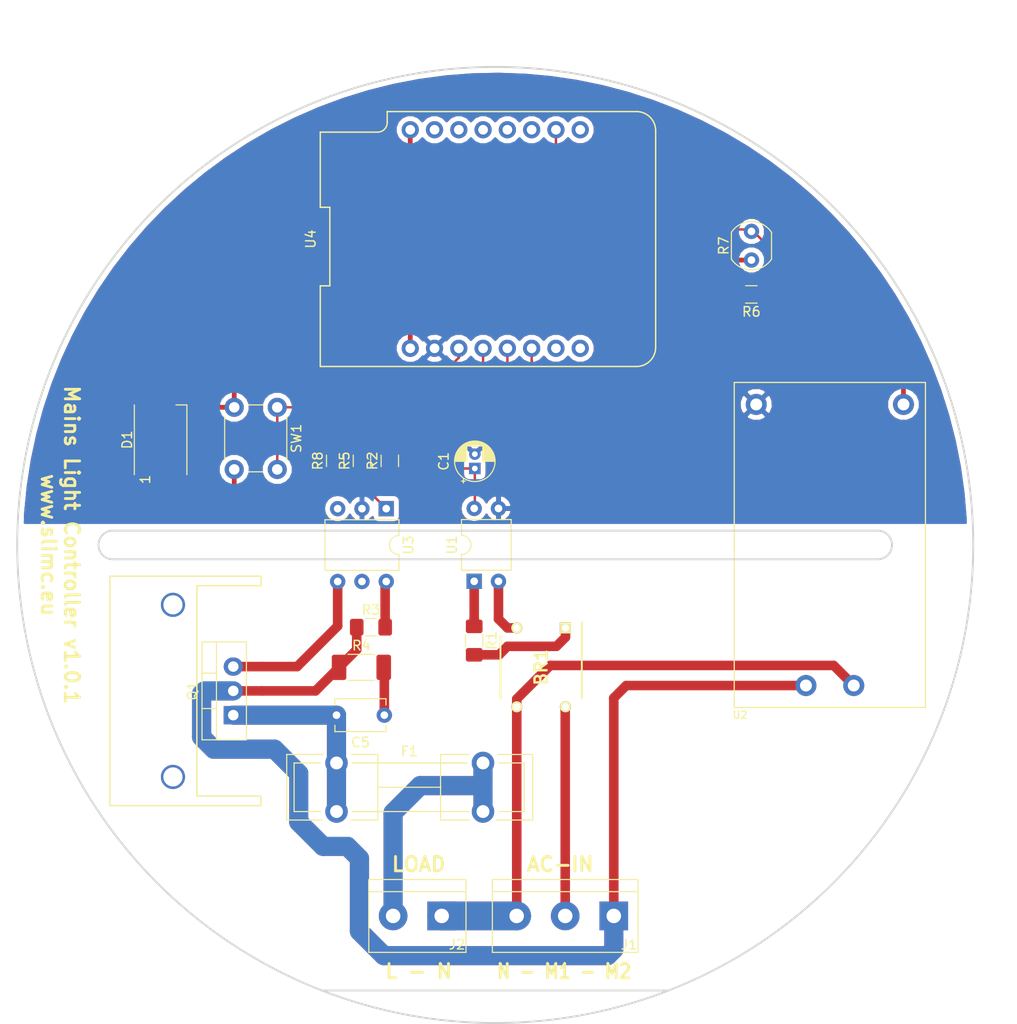
<source format=kicad_pcb>
(kicad_pcb (version 20171130) (host pcbnew 5.0.2+dfsg1-1)

  (general
    (thickness 1.6)
    (drawings 11)
    (tracks 164)
    (zones 0)
    (modules 21)
    (nets 32)
  )

  (page User 129.997 180.01)
  (title_block
    (title "Mains Light Controller")
    (date 2019-05-25)
    (rev v1.0.1)
    (comment 4 "Mains Light Controller")
  )

  (layers
    (0 F.Cu signal)
    (31 B.Cu signal)
    (32 B.Adhes user)
    (33 F.Adhes user)
    (34 B.Paste user)
    (35 F.Paste user)
    (36 B.SilkS user)
    (37 F.SilkS user)
    (38 B.Mask user)
    (39 F.Mask user)
    (40 Dwgs.User user)
    (41 Cmts.User user)
    (42 Eco1.User user)
    (43 Eco2.User user)
    (44 Edge.Cuts user)
    (45 Margin user)
    (46 B.CrtYd user)
    (47 F.CrtYd user)
    (48 B.Fab user)
    (49 F.Fab user)
  )

  (setup
    (last_trace_width 0.25)
    (trace_clearance 0.2)
    (zone_clearance 0.508)
    (zone_45_only no)
    (trace_min 0.2)
    (segment_width 0.2)
    (edge_width 0.2)
    (via_size 0.8)
    (via_drill 0.4)
    (via_min_size 0.4)
    (via_min_drill 0.3)
    (uvia_size 0.3)
    (uvia_drill 0.1)
    (uvias_allowed no)
    (uvia_min_size 0.2)
    (uvia_min_drill 0.1)
    (pcb_text_width 0.3)
    (pcb_text_size 1.5 1.5)
    (mod_edge_width 0.15)
    (mod_text_size 1 1)
    (mod_text_width 0.15)
    (pad_size 3 3)
    (pad_drill 1.52)
    (pad_to_mask_clearance 0)
    (solder_mask_min_width 0.25)
    (aux_axis_origin 0 0)
    (visible_elements FFFFFF7F)
    (pcbplotparams
      (layerselection 0x010f0_ffffffff)
      (usegerberextensions false)
      (usegerberattributes false)
      (usegerberadvancedattributes false)
      (creategerberjobfile false)
      (excludeedgelayer true)
      (linewidth 0.100000)
      (plotframeref false)
      (viasonmask false)
      (mode 1)
      (useauxorigin false)
      (hpglpennumber 1)
      (hpglpenspeed 20)
      (hpglpendiameter 15.000000)
      (psnegative false)
      (psa4output false)
      (plotreference true)
      (plotvalue true)
      (plotinvisibletext false)
      (padsonsilk false)
      (subtractmaskfromsilk false)
      (outputformat 1)
      (mirror false)
      (drillshape 0)
      (scaleselection 1)
      (outputdirectory "../exports/gerbers"))
  )

  (net 0 "")
  (net 1 GND)
  (net 2 "Net-(C5-Pad1)")
  (net 3 "Net-(Q1-Pad3)")
  (net 4 "Net-(R1-Pad1)")
  (net 5 "Net-(R3-Pad2)")
  (net 6 "Net-(R5-Pad1)")
  (net 7 "Net-(U3-Pad5)")
  (net 8 "Net-(U3-Pad3)")
  (net 9 "Net-(BR1-Pad1)")
  (net 10 "Net-(BR1-Pad2)")
  (net 11 "Net-(D1-Pad2)")
  (net 12 TX)
  (net 13 RST)
  (net 14 RX)
  (net 15 A0)
  (net 16 D1)
  (net 17 D0)
  (net 18 D2)
  (net 19 D5)
  (net 20 D3)
  (net 21 D6)
  (net 22 D4)
  (net 23 D7)
  (net 24 D8)
  (net 25 +5V)
  (net 26 +3V3)
  (net 27 M2_IN)
  (net 28 L_OUT)
  (net 29 M1_IN)
  (net 30 N_MAIN)
  (net 31 "Net-(F1-Pad2)")

  (net_class Default "This is the default net class."
    (clearance 0.2)
    (trace_width 0.25)
    (via_dia 0.8)
    (via_drill 0.4)
    (uvia_dia 0.3)
    (uvia_drill 0.1)
    (add_net +3V3)
    (add_net +5V)
    (add_net A0)
    (add_net D0)
    (add_net D1)
    (add_net D2)
    (add_net D3)
    (add_net D4)
    (add_net D5)
    (add_net D6)
    (add_net D7)
    (add_net D8)
    (add_net GND)
    (add_net L_OUT)
    (add_net M1_IN)
    (add_net M2_IN)
    (add_net N_MAIN)
    (add_net "Net-(BR1-Pad1)")
    (add_net "Net-(BR1-Pad2)")
    (add_net "Net-(C5-Pad1)")
    (add_net "Net-(D1-Pad2)")
    (add_net "Net-(F1-Pad2)")
    (add_net "Net-(Q1-Pad3)")
    (add_net "Net-(R1-Pad1)")
    (add_net "Net-(R3-Pad2)")
    (add_net "Net-(R5-Pad1)")
    (add_net "Net-(U3-Pad3)")
    (add_net "Net-(U3-Pad5)")
    (add_net RST)
    (add_net RX)
    (add_net TX)
  )

  (module Fuse_Holders_and_Fuses:Fuseholder5x20_horiz_open_lateral_Type-II (layer F.Cu) (tedit 5880C40E) (tstamp 5D34028F)
    (at 48.4 87.8)
    (descr "Fuseholder, 5x20, open, horizontal, Type-II, lateral,")
    (tags "Fuseholder 5x20 open horizontal Type-II lateral Sicherungshalter offen ")
    (path /5D03534A)
    (fp_text reference F1 (at 7.61 -1.21) (layer F.SilkS)
      (effects (font (size 1 1) (thickness 0.15)))
    )
    (fp_text value Fuse (at 7.56 7.44) (layer F.Fab)
      (effects (font (size 1 1) (thickness 0.15)))
    )
    (fp_line (start 0.01 2.54) (end 15.36 2.54) (layer F.Fab) (width 0.1))
    (fp_line (start -4.44 -0.01) (end 19.66 -0.01) (layer F.Fab) (width 0.1))
    (fp_line (start 19.66 -0.01) (end 19.66 5.09) (layer F.Fab) (width 0.1))
    (fp_line (start 19.66 5.09) (end -4.44 5.09) (layer F.Fab) (width 0.1))
    (fp_line (start -4.44 5.09) (end -4.44 0.04) (layer F.Fab) (width 0.1))
    (fp_line (start 10.96 -0.81) (end 10.96 5.89) (layer F.Fab) (width 0.1))
    (fp_line (start 10.96 5.89) (end 20.51 5.89) (layer F.Fab) (width 0.1))
    (fp_line (start 20.51 5.89) (end 20.51 -0.76) (layer F.Fab) (width 0.1))
    (fp_line (start 20.51 -0.76) (end 10.96 -0.81) (layer F.Fab) (width 0.1))
    (fp_line (start -5.14 -0.81) (end 4.21 -0.81) (layer F.Fab) (width 0.1))
    (fp_line (start 4.21 -0.81) (end 4.21 5.89) (layer F.Fab) (width 0.1))
    (fp_line (start 4.21 5.89) (end -5.14 5.89) (layer F.Fab) (width 0.1))
    (fp_line (start -5.14 5.89) (end -5.14 -0.81) (layer F.Fab) (width 0.1))
    (fp_line (start 10.91 2.54) (end 4.41 2.54) (layer F.SilkS) (width 0.12))
    (fp_line (start 20.53 5.97) (end 16.72 5.97) (layer F.SilkS) (width 0.12))
    (fp_line (start 10.88 5.97) (end 13.92 5.97) (layer F.SilkS) (width 0.12))
    (fp_line (start 13.38 5.08) (end 13.92 5.08) (layer F.SilkS) (width 0.12))
    (fp_line (start 19.64 5.08) (end 16.97 5.08) (layer F.SilkS) (width 0.12))
    (fp_line (start 10.88 0) (end 13.67 0) (layer F.SilkS) (width 0.12))
    (fp_line (start 19.64 0) (end 16.97 0) (layer F.SilkS) (width 0.12))
    (fp_line (start 20.53 -0.89) (end 16.85 -0.89) (layer F.SilkS) (width 0.12))
    (fp_line (start 10.88 -0.89) (end 13.8 -0.89) (layer F.SilkS) (width 0.12))
    (fp_line (start -5.21 5.97) (end -1.52 5.97) (layer F.SilkS) (width 0.12))
    (fp_line (start 4.32 5.97) (end 1.52 5.97) (layer F.SilkS) (width 0.12))
    (fp_line (start 1.78 5.08) (end 1.65 5.08) (layer F.SilkS) (width 0.12))
    (fp_line (start 1.78 5.08) (end 4.32 5.08) (layer F.SilkS) (width 0.12))
    (fp_line (start -4.44 5.08) (end -1.65 5.08) (layer F.SilkS) (width 0.12))
    (fp_line (start -5.21 -0.89) (end -1.4 -0.89) (layer F.SilkS) (width 0.12))
    (fp_line (start 4.32 -0.89) (end 1.52 -0.89) (layer F.SilkS) (width 0.12))
    (fp_line (start 4.32 0) (end 1.65 0) (layer F.SilkS) (width 0.12))
    (fp_line (start -4.44 0) (end -1.65 0) (layer F.SilkS) (width 0.12))
    (fp_line (start 20.53 -0.89) (end 20.53 5.97) (layer F.SilkS) (width 0.12))
    (fp_line (start 10.88 5.97) (end 10.88 5.08) (layer F.SilkS) (width 0.12))
    (fp_line (start 10.88 -0.89) (end 10.88 0) (layer F.SilkS) (width 0.12))
    (fp_line (start -5.21 -0.89) (end -5.21 5.97) (layer F.SilkS) (width 0.12))
    (fp_line (start 4.32 5.97) (end 4.32 5.08) (layer F.SilkS) (width 0.12))
    (fp_line (start 4.32 -0.89) (end 4.32 0.13) (layer F.SilkS) (width 0.12))
    (fp_line (start 13.38 5.08) (end 1.69 5.08) (layer F.SilkS) (width 0.12))
    (fp_line (start 1.82 0) (end 13.38 0) (layer F.SilkS) (width 0.12))
    (fp_line (start 4.32 2.54) (end 4.32 0) (layer F.SilkS) (width 0.12))
    (fp_line (start -4.44 0) (end -4.44 5.08) (layer F.SilkS) (width 0.12))
    (fp_line (start 4.32 5.08) (end 4.32 2.54) (layer F.SilkS) (width 0.12))
    (fp_line (start 10.88 2.54) (end 10.88 0) (layer F.SilkS) (width 0.12))
    (fp_line (start 19.64 0) (end 19.64 5.08) (layer F.SilkS) (width 0.12))
    (fp_line (start 10.88 5.08) (end 10.88 2.54) (layer F.SilkS) (width 0.12))
    (fp_line (start -5.39 -1.42) (end 20.76 -1.42) (layer F.CrtYd) (width 0.05))
    (fp_line (start -5.39 -1.42) (end -5.39 6.5) (layer F.CrtYd) (width 0.05))
    (fp_line (start 20.76 6.5) (end 20.76 -1.42) (layer F.CrtYd) (width 0.05))
    (fp_line (start 20.76 6.5) (end -5.39 6.5) (layer F.CrtYd) (width 0.05))
    (pad 2 thru_hole circle (at 15.32 0) (size 2.35 2.35) (drill 1.35) (layers *.Cu *.Mask)
      (net 31 "Net-(F1-Pad2)"))
    (pad 2 thru_hole circle (at 15.32 5.08) (size 2.35 2.35) (drill 1.35) (layers *.Cu *.Mask)
      (net 31 "Net-(F1-Pad2)"))
    (pad 1 thru_hole circle (at 0 0) (size 2.35 2.35) (drill 1.35) (layers *.Cu *.Mask)
      (net 28 L_OUT))
    (pad 1 thru_hole circle (at 0 5.08) (size 2.35 2.35) (drill 1.35) (layers *.Cu *.Mask)
      (net 28 L_OUT))
  )

  (module DB107-BP:DIP825W56P510L828H330Q4N (layer F.Cu) (tedit 5CE970C5) (tstamp 5D222A58)
    (at 69.8 77.8 270)
    (descr DB-1)
    (tags "Bridge Rectifier")
    (path /5CE9FEBA)
    (fp_text reference BR1 (at 0 0 270) (layer F.SilkS)
      (effects (font (size 1.27 1.27) (thickness 0.254)))
    )
    (fp_text value DB107-BP (at 0 0 270) (layer F.SilkS) hide
      (effects (font (size 1.27 1.27) (thickness 0.254)))
    )
    (fp_line (start -5.28 -4.505) (end 5.28 -4.505) (layer Dwgs.User) (width 0.05))
    (fp_line (start 5.28 -4.505) (end 5.28 4.505) (layer Dwgs.User) (width 0.05))
    (fp_line (start 5.28 4.505) (end -5.28 4.505) (layer Dwgs.User) (width 0.05))
    (fp_line (start -5.28 4.505) (end -5.28 -4.505) (layer Dwgs.User) (width 0.05))
    (fp_line (start -3.25 -4.255) (end 3.25 -4.255) (layer Dwgs.User) (width 0.1))
    (fp_line (start 3.25 -4.255) (end 3.25 4.255) (layer Dwgs.User) (width 0.1))
    (fp_line (start 3.25 4.255) (end -3.25 4.255) (layer Dwgs.User) (width 0.1))
    (fp_line (start -3.25 4.255) (end -3.25 -4.255) (layer Dwgs.User) (width 0.1))
    (fp_line (start -3.25 -1.705) (end -0.7 -4.255) (layer Dwgs.User) (width 0.1))
    (fp_line (start -4.705 -4.255) (end 3.25 -4.255) (layer F.SilkS) (width 0.2))
    (fp_line (start -3.25 4.255) (end 3.25 4.255) (layer F.SilkS) (width 0.2))
    (pad 1 thru_hole rect (at -4.125 -2.55) (size 1.16 1.16) (drill 0.76) (layers *.Cu *.Mask F.SilkS)
      (net 9 "Net-(BR1-Pad1)"))
    (pad 2 thru_hole circle (at -4.125 2.55) (size 1.16 1.16) (drill 0.76) (layers *.Cu *.Mask F.SilkS)
      (net 10 "Net-(BR1-Pad2)"))
    (pad 3 thru_hole circle (at 4.125 2.55) (size 1.16 1.16) (drill 0.76) (layers *.Cu *.Mask F.SilkS)
      (net 30 N_MAIN))
    (pad 4 thru_hole circle (at 4.125 -2.55) (size 1.16 1.16) (drill 0.76) (layers *.Cu *.Mask F.SilkS)
      (net 29 M1_IN))
  )

  (module slimc:TO-220-3_Vertical_Triode_Heatsink (layer F.Cu) (tedit 5CF9DE4F) (tstamp 5D222F5F)
    (at 37.6 82.8 90)
    (descr "TO-220-3, Vertical, RM 2.54mm, see https://www.vishay.com/docs/66542/to-220-1.pdf")
    (tags "TO-220-3 Vertical RM 2.54mm")
    (path /5CD37C89)
    (fp_text reference Q1 (at 2.54 -4.27 90) (layer F.SilkS)
      (effects (font (size 1 1) (thickness 0.15)))
    )
    (fp_text value BT136-500 (at 2.54 2.5 90) (layer F.Fab)
      (effects (font (size 1 1) (thickness 0.15)))
    )
    (fp_line (start 2.54 -3.81) (end -8.46 -3.810001) (layer F.SilkS) (width 0.15))
    (fp_line (start 2.54 -3.71) (end 2.54 -3.81) (layer F.SilkS) (width 0.15))
    (fp_line (start -8.46 2.89) (end -8.46 -3.810001) (layer F.SilkS) (width 0.15))
    (fp_line (start -9.459999 2.89) (end -8.46 2.89) (layer F.SilkS) (width 0.15))
    (fp_line (start -9.46 -12.91) (end -9.459999 2.89) (layer F.SilkS) (width 0.15))
    (fp_line (start 14.54 -12.91) (end -9.46 -12.91) (layer F.SilkS) (width 0.15))
    (fp_line (start 14.54 2.89) (end 14.54 -12.91) (layer F.SilkS) (width 0.15))
    (fp_line (start 13.540001 2.89) (end 14.54 2.89) (layer F.SilkS) (width 0.15))
    (fp_line (start 13.539999 -3.81) (end 13.540001 2.89) (layer F.SilkS) (width 0.15))
    (fp_line (start 2.54 -3.81) (end 13.539999 -3.81) (layer F.SilkS) (width 0.15))
    (fp_text user %R (at 2.54 -4.27 90) (layer F.Fab)
      (effects (font (size 1 1) (thickness 0.15)))
    )
    (fp_line (start 7.79 -3.399999) (end -2.709999 -3.4) (layer F.CrtYd) (width 0.05))
    (fp_line (start 7.79 1.51) (end 7.79 -3.399999) (layer F.CrtYd) (width 0.05))
    (fp_line (start -2.71 1.51) (end 7.79 1.51) (layer F.CrtYd) (width 0.05))
    (fp_line (start -2.709999 -3.4) (end -2.71 1.51) (layer F.CrtYd) (width 0.05))
    (fp_line (start 4.391 -3.27) (end 4.391 -1.76) (layer F.SilkS) (width 0.12))
    (fp_line (start 0.69 -3.27) (end 0.689999 -1.76) (layer F.SilkS) (width 0.12))
    (fp_line (start -2.58 -1.759999) (end 7.66 -1.76) (layer F.SilkS) (width 0.12))
    (fp_line (start 7.66 -3.27) (end 7.66 1.370999) (layer F.SilkS) (width 0.12))
    (fp_line (start -2.58 -3.27) (end -2.58 1.371) (layer F.SilkS) (width 0.12))
    (fp_line (start -2.58 1.371) (end 7.66 1.370999) (layer F.SilkS) (width 0.12))
    (fp_line (start -2.58 -3.27) (end 7.66 -3.27) (layer F.SilkS) (width 0.12))
    (fp_line (start 4.39 -3.149999) (end 4.39 -1.88) (layer F.Fab) (width 0.1))
    (fp_line (start 0.69 -3.15) (end 0.69 -1.88) (layer F.Fab) (width 0.1))
    (fp_line (start -2.46 -1.88) (end 7.54 -1.88) (layer F.Fab) (width 0.1))
    (fp_line (start 7.54 -3.149999) (end -2.46 -3.15) (layer F.Fab) (width 0.1))
    (fp_line (start 7.540001 1.25) (end 7.54 -3.149999) (layer F.Fab) (width 0.1))
    (fp_line (start -2.46 1.25) (end 7.540001 1.25) (layer F.Fab) (width 0.1))
    (fp_line (start -2.46 -3.15) (end -2.46 1.25) (layer F.Fab) (width 0.1))
    (pad 5 thru_hole circle (at 11.54 -6.31 90) (size 2.524 2.524) (drill 2) (layers *.Cu *.Mask))
    (pad 4 thru_hole circle (at -6.46 -6.310001 90) (size 2.524 2.524) (drill 2) (layers *.Cu *.Mask))
    (pad 3 thru_hole oval (at 5.08 0 90) (size 1.905 2) (drill 1.1) (layers *.Cu *.Mask)
      (net 3 "Net-(Q1-Pad3)"))
    (pad 2 thru_hole oval (at 2.54 0 90) (size 1.905 2) (drill 1.1) (layers *.Cu *.Mask)
      (net 27 M2_IN))
    (pad 1 thru_hole rect (at 0 0 90) (size 1.905 2) (drill 1.1) (layers *.Cu *.Mask)
      (net 28 L_OUT))
    (model ${KISYS3DMOD}/Package_TO_SOT_THT.3dshapes/TO-220-3_Vertical.wrl
      (at (xyz 0 0 0))
      (scale (xyz 1 1 1))
      (rotate (xyz 0 0 0))
    )
  )

  (module Resistor_SMD:R_1206_3216Metric_Pad1.42x1.75mm_HandSolder (layer F.Cu) (tedit 5B301BBD) (tstamp 5D22519A)
    (at 62.8 75 270)
    (descr "Resistor SMD 1206 (3216 Metric), square (rectangular) end terminal, IPC_7351 nominal with elongated pad for handsoldering. (Body size source: http://www.tortai-tech.com/upload/download/2011102023233369053.pdf), generated with kicad-footprint-generator")
    (tags "resistor handsolder")
    (path /5CD373D6)
    (attr smd)
    (fp_text reference R1 (at 0 -1.82 270) (layer F.SilkS)
      (effects (font (size 1 1) (thickness 0.15)))
    )
    (fp_text value 390K (at 0 1.82 270) (layer F.Fab)
      (effects (font (size 1 1) (thickness 0.15)))
    )
    (fp_text user %R (at 0 0 270) (layer F.Fab)
      (effects (font (size 0.8 0.8) (thickness 0.12)))
    )
    (fp_line (start 2.45 1.12) (end -2.45 1.12) (layer F.CrtYd) (width 0.05))
    (fp_line (start 2.45 -1.12) (end 2.45 1.12) (layer F.CrtYd) (width 0.05))
    (fp_line (start -2.45 -1.12) (end 2.45 -1.12) (layer F.CrtYd) (width 0.05))
    (fp_line (start -2.45 1.12) (end -2.45 -1.12) (layer F.CrtYd) (width 0.05))
    (fp_line (start -0.602064 0.91) (end 0.602064 0.91) (layer F.SilkS) (width 0.12))
    (fp_line (start -0.602064 -0.91) (end 0.602064 -0.91) (layer F.SilkS) (width 0.12))
    (fp_line (start 1.6 0.8) (end -1.6 0.8) (layer F.Fab) (width 0.1))
    (fp_line (start 1.6 -0.8) (end 1.6 0.8) (layer F.Fab) (width 0.1))
    (fp_line (start -1.6 -0.8) (end 1.6 -0.8) (layer F.Fab) (width 0.1))
    (fp_line (start -1.6 0.8) (end -1.6 -0.8) (layer F.Fab) (width 0.1))
    (pad 2 smd roundrect (at 1.4875 0 270) (size 1.425 1.75) (layers F.Cu F.Paste F.Mask) (roundrect_rratio 0.175439)
      (net 9 "Net-(BR1-Pad1)"))
    (pad 1 smd roundrect (at -1.4875 0 270) (size 1.425 1.75) (layers F.Cu F.Paste F.Mask) (roundrect_rratio 0.175439)
      (net 4 "Net-(R1-Pad1)"))
    (model ${KISYS3DMOD}/Resistor_SMD.3dshapes/R_1206_3216Metric.wrl
      (at (xyz 0 0 0))
      (scale (xyz 1 1 1))
      (rotate (xyz 0 0 0))
    )
  )

  (module Resistor_SMD:R_1206_3216Metric_Pad1.42x1.75mm_HandSolder (layer F.Cu) (tedit 5B301BBD) (tstamp 5D03B29E)
    (at 53.975 56.2 90)
    (descr "Resistor SMD 1206 (3216 Metric), square (rectangular) end terminal, IPC_7351 nominal with elongated pad for handsoldering. (Body size source: http://www.tortai-tech.com/upload/download/2011102023233369053.pdf), generated with kicad-footprint-generator")
    (tags "resistor handsolder")
    (path /5CD372F6)
    (attr smd)
    (fp_text reference R2 (at 0 -1.82 90) (layer F.SilkS)
      (effects (font (size 1 1) (thickness 0.15)))
    )
    (fp_text value 10K (at 0 1.82 90) (layer F.Fab)
      (effects (font (size 1 1) (thickness 0.15)))
    )
    (fp_line (start -1.6 0.8) (end -1.6 -0.8) (layer F.Fab) (width 0.1))
    (fp_line (start -1.6 -0.8) (end 1.6 -0.8) (layer F.Fab) (width 0.1))
    (fp_line (start 1.6 -0.8) (end 1.6 0.8) (layer F.Fab) (width 0.1))
    (fp_line (start 1.6 0.8) (end -1.6 0.8) (layer F.Fab) (width 0.1))
    (fp_line (start -0.602064 -0.91) (end 0.602064 -0.91) (layer F.SilkS) (width 0.12))
    (fp_line (start -0.602064 0.91) (end 0.602064 0.91) (layer F.SilkS) (width 0.12))
    (fp_line (start -2.45 1.12) (end -2.45 -1.12) (layer F.CrtYd) (width 0.05))
    (fp_line (start -2.45 -1.12) (end 2.45 -1.12) (layer F.CrtYd) (width 0.05))
    (fp_line (start 2.45 -1.12) (end 2.45 1.12) (layer F.CrtYd) (width 0.05))
    (fp_line (start 2.45 1.12) (end -2.45 1.12) (layer F.CrtYd) (width 0.05))
    (fp_text user %R (at 0 0 90) (layer F.Fab)
      (effects (font (size 0.8 0.8) (thickness 0.12)))
    )
    (pad 1 smd roundrect (at -1.4875 0 90) (size 1.425 1.75) (layers F.Cu F.Paste F.Mask) (roundrect_rratio 0.175439)
      (net 16 D1))
    (pad 2 smd roundrect (at 1.4875 0 90) (size 1.425 1.75) (layers F.Cu F.Paste F.Mask) (roundrect_rratio 0.175439)
      (net 26 +3V3))
    (model ${KISYS3DMOD}/Resistor_SMD.3dshapes/R_1206_3216Metric.wrl
      (at (xyz 0 0 0))
      (scale (xyz 1 1 1))
      (rotate (xyz 0 0 0))
    )
  )

  (module Resistor_SMD:R_1206_3216Metric_Pad1.42x1.75mm_HandSolder (layer F.Cu) (tedit 5B301BBD) (tstamp 5D222948)
    (at 52 73.6)
    (descr "Resistor SMD 1206 (3216 Metric), square (rectangular) end terminal, IPC_7351 nominal with elongated pad for handsoldering. (Body size source: http://www.tortai-tech.com/upload/download/2011102023233369053.pdf), generated with kicad-footprint-generator")
    (tags "resistor handsolder")
    (path /5CD379B5)
    (attr smd)
    (fp_text reference R3 (at 0 -1.82) (layer F.SilkS)
      (effects (font (size 1 1) (thickness 0.15)))
    )
    (fp_text value 10K (at 0 1.82) (layer F.Fab)
      (effects (font (size 1 1) (thickness 0.15)))
    )
    (fp_text user %R (at 0 0) (layer F.Fab)
      (effects (font (size 0.8 0.8) (thickness 0.12)))
    )
    (fp_line (start 2.45 1.12) (end -2.45 1.12) (layer F.CrtYd) (width 0.05))
    (fp_line (start 2.45 -1.12) (end 2.45 1.12) (layer F.CrtYd) (width 0.05))
    (fp_line (start -2.45 -1.12) (end 2.45 -1.12) (layer F.CrtYd) (width 0.05))
    (fp_line (start -2.45 1.12) (end -2.45 -1.12) (layer F.CrtYd) (width 0.05))
    (fp_line (start -0.602064 0.91) (end 0.602064 0.91) (layer F.SilkS) (width 0.12))
    (fp_line (start -0.602064 -0.91) (end 0.602064 -0.91) (layer F.SilkS) (width 0.12))
    (fp_line (start 1.6 0.8) (end -1.6 0.8) (layer F.Fab) (width 0.1))
    (fp_line (start 1.6 -0.8) (end 1.6 0.8) (layer F.Fab) (width 0.1))
    (fp_line (start -1.6 -0.8) (end 1.6 -0.8) (layer F.Fab) (width 0.1))
    (fp_line (start -1.6 0.8) (end -1.6 -0.8) (layer F.Fab) (width 0.1))
    (pad 2 smd roundrect (at 1.4875 0) (size 1.425 1.75) (layers F.Cu F.Paste F.Mask) (roundrect_rratio 0.175439)
      (net 5 "Net-(R3-Pad2)"))
    (pad 1 smd roundrect (at -1.4875 0) (size 1.425 1.75) (layers F.Cu F.Paste F.Mask) (roundrect_rratio 0.175439)
      (net 27 M2_IN))
    (model ${KISYS3DMOD}/Resistor_SMD.3dshapes/R_1206_3216Metric.wrl
      (at (xyz 0 0 0))
      (scale (xyz 1 1 1))
      (rotate (xyz 0 0 0))
    )
  )

  (module Resistor_SMD:R_1206_3216Metric_Pad1.42x1.75mm_HandSolder (layer F.Cu) (tedit 5B301BBD) (tstamp 5D225AC9)
    (at 51.06 56.2 90)
    (descr "Resistor SMD 1206 (3216 Metric), square (rectangular) end terminal, IPC_7351 nominal with elongated pad for handsoldering. (Body size source: http://www.tortai-tech.com/upload/download/2011102023233369053.pdf), generated with kicad-footprint-generator")
    (tags "resistor handsolder")
    (path /5CD79098)
    (attr smd)
    (fp_text reference R5 (at 0 -1.82 90) (layer F.SilkS)
      (effects (font (size 1 1) (thickness 0.15)))
    )
    (fp_text value 33R (at 0 1.82 90) (layer F.Fab)
      (effects (font (size 1 1) (thickness 0.15)))
    )
    (fp_line (start -1.6 0.8) (end -1.6 -0.8) (layer F.Fab) (width 0.1))
    (fp_line (start -1.6 -0.8) (end 1.6 -0.8) (layer F.Fab) (width 0.1))
    (fp_line (start 1.6 -0.8) (end 1.6 0.8) (layer F.Fab) (width 0.1))
    (fp_line (start 1.6 0.8) (end -1.6 0.8) (layer F.Fab) (width 0.1))
    (fp_line (start -0.602064 -0.91) (end 0.602064 -0.91) (layer F.SilkS) (width 0.12))
    (fp_line (start -0.602064 0.91) (end 0.602064 0.91) (layer F.SilkS) (width 0.12))
    (fp_line (start -2.45 1.12) (end -2.45 -1.12) (layer F.CrtYd) (width 0.05))
    (fp_line (start -2.45 -1.12) (end 2.45 -1.12) (layer F.CrtYd) (width 0.05))
    (fp_line (start 2.45 -1.12) (end 2.45 1.12) (layer F.CrtYd) (width 0.05))
    (fp_line (start 2.45 1.12) (end -2.45 1.12) (layer F.CrtYd) (width 0.05))
    (fp_text user %R (at 0 0 90) (layer F.Fab)
      (effects (font (size 0.8 0.8) (thickness 0.12)))
    )
    (pad 1 smd roundrect (at -1.4875 0 90) (size 1.425 1.75) (layers F.Cu F.Paste F.Mask) (roundrect_rratio 0.175439)
      (net 6 "Net-(R5-Pad1)"))
    (pad 2 smd roundrect (at 1.4875 0 90) (size 1.425 1.75) (layers F.Cu F.Paste F.Mask) (roundrect_rratio 0.175439)
      (net 18 D2))
    (model ${KISYS3DMOD}/Resistor_SMD.3dshapes/R_1206_3216Metric.wrl
      (at (xyz 0 0 0))
      (scale (xyz 1 1 1))
      (rotate (xyz 0 0 0))
    )
  )

  (module Resistor_SMD:R_1206_3216Metric_Pad1.42x1.75mm_HandSolder (layer F.Cu) (tedit 5B301BBD) (tstamp 5D22255A)
    (at 91.790822 38.792962 180)
    (descr "Resistor SMD 1206 (3216 Metric), square (rectangular) end terminal, IPC_7351 nominal with elongated pad for handsoldering. (Body size source: http://www.tortai-tech.com/upload/download/2011102023233369053.pdf), generated with kicad-footprint-generator")
    (tags "resistor handsolder")
    (path /5CEA8896)
    (attr smd)
    (fp_text reference R6 (at 0 -1.82 180) (layer F.SilkS)
      (effects (font (size 1 1) (thickness 0.15)))
    )
    (fp_text value 10K (at 0 1.82 180) (layer F.Fab)
      (effects (font (size 1 1) (thickness 0.15)))
    )
    (fp_text user %R (at 0 0 180) (layer F.Fab)
      (effects (font (size 0.8 0.8) (thickness 0.12)))
    )
    (fp_line (start 2.45 1.12) (end -2.45 1.12) (layer F.CrtYd) (width 0.05))
    (fp_line (start 2.45 -1.12) (end 2.45 1.12) (layer F.CrtYd) (width 0.05))
    (fp_line (start -2.45 -1.12) (end 2.45 -1.12) (layer F.CrtYd) (width 0.05))
    (fp_line (start -2.45 1.12) (end -2.45 -1.12) (layer F.CrtYd) (width 0.05))
    (fp_line (start -0.602064 0.91) (end 0.602064 0.91) (layer F.SilkS) (width 0.12))
    (fp_line (start -0.602064 -0.91) (end 0.602064 -0.91) (layer F.SilkS) (width 0.12))
    (fp_line (start 1.6 0.8) (end -1.6 0.8) (layer F.Fab) (width 0.1))
    (fp_line (start 1.6 -0.8) (end 1.6 0.8) (layer F.Fab) (width 0.1))
    (fp_line (start -1.6 -0.8) (end 1.6 -0.8) (layer F.Fab) (width 0.1))
    (fp_line (start -1.6 0.8) (end -1.6 -0.8) (layer F.Fab) (width 0.1))
    (pad 2 smd roundrect (at 1.4875 0 180) (size 1.425 1.75) (layers F.Cu F.Paste F.Mask) (roundrect_rratio 0.175439)
      (net 1 GND))
    (pad 1 smd roundrect (at -1.4875 0 180) (size 1.425 1.75) (layers F.Cu F.Paste F.Mask) (roundrect_rratio 0.175439)
      (net 15 A0))
    (model ${KISYS3DMOD}/Resistor_SMD.3dshapes/R_1206_3216Metric.wrl
      (at (xyz 0 0 0))
      (scale (xyz 1 1 1))
      (rotate (xyz 0 0 0))
    )
  )

  (module Resistor_SMD:R_1206_3216Metric_Pad1.42x1.75mm_HandSolder (layer F.Cu) (tedit 5B301BBD) (tstamp 5D22254A)
    (at 48.26 56.2 90)
    (descr "Resistor SMD 1206 (3216 Metric), square (rectangular) end terminal, IPC_7351 nominal with elongated pad for handsoldering. (Body size source: http://www.tortai-tech.com/upload/download/2011102023233369053.pdf), generated with kicad-footprint-generator")
    (tags "resistor handsolder")
    (path /5D07C715)
    (attr smd)
    (fp_text reference R8 (at 0 -1.82 90) (layer F.SilkS)
      (effects (font (size 1 1) (thickness 0.15)))
    )
    (fp_text value 10K (at 0 1.82 90) (layer F.Fab)
      (effects (font (size 1 1) (thickness 0.15)))
    )
    (fp_line (start -1.6 0.8) (end -1.6 -0.8) (layer F.Fab) (width 0.1))
    (fp_line (start -1.6 -0.8) (end 1.6 -0.8) (layer F.Fab) (width 0.1))
    (fp_line (start 1.6 -0.8) (end 1.6 0.8) (layer F.Fab) (width 0.1))
    (fp_line (start 1.6 0.8) (end -1.6 0.8) (layer F.Fab) (width 0.1))
    (fp_line (start -0.602064 -0.91) (end 0.602064 -0.91) (layer F.SilkS) (width 0.12))
    (fp_line (start -0.602064 0.91) (end 0.602064 0.91) (layer F.SilkS) (width 0.12))
    (fp_line (start -2.45 1.12) (end -2.45 -1.12) (layer F.CrtYd) (width 0.05))
    (fp_line (start -2.45 -1.12) (end 2.45 -1.12) (layer F.CrtYd) (width 0.05))
    (fp_line (start 2.45 -1.12) (end 2.45 1.12) (layer F.CrtYd) (width 0.05))
    (fp_line (start 2.45 1.12) (end -2.45 1.12) (layer F.CrtYd) (width 0.05))
    (fp_text user %R (at 0 0 90) (layer F.Fab)
      (effects (font (size 0.8 0.8) (thickness 0.12)))
    )
    (pad 1 smd roundrect (at -1.4875 0 90) (size 1.425 1.75) (layers F.Cu F.Paste F.Mask) (roundrect_rratio 0.175439)
      (net 1 GND))
    (pad 2 smd roundrect (at 1.4875 0 90) (size 1.425 1.75) (layers F.Cu F.Paste F.Mask) (roundrect_rratio 0.175439)
      (net 20 D3))
    (model ${KISYS3DMOD}/Resistor_SMD.3dshapes/R_1206_3216Metric.wrl
      (at (xyz 0 0 0))
      (scale (xyz 1 1 1))
      (rotate (xyz 0 0 0))
    )
  )

  (module Resistor_SMD:R_2010_5025Metric_Pad1.52x2.65mm_HandSolder (layer F.Cu) (tedit 5B301BBD) (tstamp 5D224597)
    (at 51 77.8)
    (descr "Resistor SMD 2010 (5025 Metric), square (rectangular) end terminal, IPC_7351 nominal with elongated pad for handsoldering. (Body size source: http://www.tortai-tech.com/upload/download/2011102023233369053.pdf), generated with kicad-footprint-generator")
    (tags "resistor handsolder")
    (path /5CD377FE)
    (attr smd)
    (fp_text reference R4 (at 0 -2.28) (layer F.SilkS)
      (effects (font (size 1 1) (thickness 0.15)))
    )
    (fp_text value 100R (at 0 2.28) (layer F.Fab)
      (effects (font (size 1 1) (thickness 0.15)))
    )
    (fp_line (start -2.5 1.25) (end -2.5 -1.25) (layer F.Fab) (width 0.1))
    (fp_line (start -2.5 -1.25) (end 2.5 -1.25) (layer F.Fab) (width 0.1))
    (fp_line (start 2.5 -1.25) (end 2.5 1.25) (layer F.Fab) (width 0.1))
    (fp_line (start 2.5 1.25) (end -2.5 1.25) (layer F.Fab) (width 0.1))
    (fp_line (start -1.402064 -1.36) (end 1.402064 -1.36) (layer F.SilkS) (width 0.12))
    (fp_line (start -1.402064 1.36) (end 1.402064 1.36) (layer F.SilkS) (width 0.12))
    (fp_line (start -3.35 1.58) (end -3.35 -1.58) (layer F.CrtYd) (width 0.05))
    (fp_line (start -3.35 -1.58) (end 3.35 -1.58) (layer F.CrtYd) (width 0.05))
    (fp_line (start 3.35 -1.58) (end 3.35 1.58) (layer F.CrtYd) (width 0.05))
    (fp_line (start 3.35 1.58) (end -3.35 1.58) (layer F.CrtYd) (width 0.05))
    (fp_text user %R (at 0 0) (layer F.Fab)
      (effects (font (size 1 1) (thickness 0.15)))
    )
    (pad 1 smd roundrect (at -2.3375 0) (size 1.525 2.65) (layers F.Cu F.Paste F.Mask) (roundrect_rratio 0.163934)
      (net 27 M2_IN))
    (pad 2 smd roundrect (at 2.3375 0) (size 1.525 2.65) (layers F.Cu F.Paste F.Mask) (roundrect_rratio 0.163934)
      (net 2 "Net-(C5-Pad1)"))
    (model ${KISYS3DMOD}/Resistor_SMD.3dshapes/R_2010_5025Metric.wrl
      (at (xyz 0 0 0))
      (scale (xyz 1 1 1))
      (rotate (xyz 0 0 0))
    )
  )

  (module OptoDevice:R_LDR_5.0x4.1mm_P3mm_Vertical (layer F.Cu) (tedit 5A6C6585) (tstamp 5D221C3E)
    (at 91.8 35.2 90)
    (descr "Resistor, LDR 5x4.1mm, see http://cdn-reichelt.de/documents/datenblatt/A500/A90xxxx%23PE.pdf")
    (tags "Resistor LDR5x4.1mm")
    (path /5CEB527C)
    (fp_text reference R7 (at 1.5 -2.9 90) (layer F.SilkS)
      (effects (font (size 1 1) (thickness 0.15)))
    )
    (fp_text value LDR03 (at 1.3 3 90) (layer F.Fab)
      (effects (font (size 1 1) (thickness 0.15)))
    )
    (fp_text user %R (at 1.5 0 90) (layer F.Fab)
      (effects (font (size 1 1) (thickness 0.15)))
    )
    (fp_line (start 0.1 2.1) (end 2.9 2.1) (layer F.SilkS) (width 0.12))
    (fp_line (start 0.1 -2.1) (end 2.9 -2.1) (layer F.SilkS) (width 0.12))
    (fp_line (start 0.6 1.2) (end 2.1 1.2) (layer F.Fab) (width 0.1))
    (fp_line (start 2.1 1.2) (end 2.1 0.6) (layer F.Fab) (width 0.1))
    (fp_line (start 2.1 0.6) (end 0.9 0.6) (layer F.Fab) (width 0.1))
    (fp_line (start 0.9 0.6) (end 0.9 0) (layer F.Fab) (width 0.1))
    (fp_line (start 0.9 0) (end 2.1 0) (layer F.Fab) (width 0.1))
    (fp_line (start 2.1 0) (end 2.1 -0.5) (layer F.Fab) (width 0.1))
    (fp_line (start 2.1 -0.5) (end 2.1 -0.6) (layer F.Fab) (width 0.1))
    (fp_line (start 2.1 -0.6) (end 0.9 -0.6) (layer F.Fab) (width 0.1))
    (fp_line (start 0.9 -0.6) (end 0.9 -1.2) (layer F.Fab) (width 0.1))
    (fp_line (start 0.9 -1.2) (end 2.4 -1.2) (layer F.Fab) (width 0.1))
    (fp_line (start 0.6 -1.8) (end 2.4 -1.8) (layer F.Fab) (width 0.1))
    (fp_line (start 2.4 -1.8) (end 2.4 -1.2) (layer F.Fab) (width 0.1))
    (fp_line (start 0.6 1.2) (end 0.6 1.8) (layer F.Fab) (width 0.1))
    (fp_line (start 0.6 1.8) (end 2.4 1.8) (layer F.Fab) (width 0.1))
    (fp_line (start 2.8 2.05) (end 0.2 2.05) (layer F.Fab) (width 0.1))
    (fp_line (start 0.2 -2.05) (end 2.8 -2.05) (layer F.Fab) (width 0.1))
    (fp_line (start -1.18 -2.3) (end 4.18 -2.3) (layer F.CrtYd) (width 0.05))
    (fp_line (start -1.18 -2.3) (end -1.18 2.3) (layer F.CrtYd) (width 0.05))
    (fp_line (start 4.18 2.3) (end 4.18 -2.3) (layer F.CrtYd) (width 0.05))
    (fp_line (start 4.18 2.3) (end -1.18 2.3) (layer F.CrtYd) (width 0.05))
    (fp_arc (start 1.5 0) (end 2.9 -2.1) (angle 113) (layer F.SilkS) (width 0.12))
    (fp_arc (start 1.5 0) (end 0.1 2.1) (angle 113) (layer F.SilkS) (width 0.12))
    (fp_arc (start 1.5 0) (end 2.8 -2.05) (angle 114) (layer F.Fab) (width 0.1))
    (fp_arc (start 1.5 0) (end 0.2 2.05) (angle 114) (layer F.Fab) (width 0.1))
    (pad 1 thru_hole circle (at 0 0 90) (size 1.6 1.6) (drill 0.8) (layers *.Cu *.Mask)
      (net 26 +3V3))
    (pad 2 thru_hole circle (at 3 0 90) (size 1.6 1.6) (drill 0.8) (layers *.Cu *.Mask)
      (net 15 A0))
    (model ${KISYS3DMOD}/OptoDevice.3dshapes/R_LDR_5.0x4.1mm_P3mm_Vertical.wrl
      (at (xyz 0 0 0))
      (scale (xyz 1 1 1))
      (rotate (xyz 0 0 0))
    )
  )

  (module wemos-d1-mini:wemos-d1-mini-connectors-only (layer F.Cu) (tedit 58B56BF5) (tstamp 5D226711)
    (at 65 33)
    (path /5CE9DED8)
    (fp_text reference U4 (at -19.3 0 90) (layer F.SilkS)
      (effects (font (size 1 1) (thickness 0.15)))
    )
    (fp_text value WeMos_mini (at 0 0) (layer F.Fab)
      (effects (font (size 1 1) (thickness 0.15)))
    )
    (fp_line (start -18.3 13.33) (end 14.78 13.33) (layer F.SilkS) (width 0.15))
    (fp_line (start 16.78 11.33) (end 16.78 -11.33) (layer F.SilkS) (width 0.15))
    (fp_line (start 14.78 -13.33) (end -11.3 -13.33) (layer F.SilkS) (width 0.15))
    (fp_line (start -18.3 -11.18) (end -18.3 -3.32) (layer F.SilkS) (width 0.15))
    (fp_line (start -18.3 -3.32) (end -17.3 -3.32) (layer F.SilkS) (width 0.15))
    (fp_line (start -17.3 -3.32) (end -17.3 4.9) (layer F.SilkS) (width 0.15))
    (fp_line (start -17.3 4.9) (end -18.3 4.9) (layer F.SilkS) (width 0.15))
    (fp_line (start -18.3 4.9) (end -18.3 13.329999) (layer F.SilkS) (width 0.15))
    (fp_line (start -11.48 -13.5) (end 14.85 -13.5) (layer F.CrtYd) (width 0.05))
    (fp_line (start 16.94 -11.5) (end 16.94 11.5) (layer F.CrtYd) (width 0.05))
    (fp_line (start 14.94 13.5) (end -18.46 13.5) (layer F.CrtYd) (width 0.05))
    (fp_line (start -18.46 13.5) (end -18.46 -11.33) (layer F.CrtYd) (width 0.05))
    (fp_arc (start 14.78 -11.33) (end 14.78 -13.33) (angle 90) (layer F.SilkS) (width 0.15))
    (fp_arc (start 14.78 11.33) (end 16.78 11.33) (angle 90) (layer F.SilkS) (width 0.15))
    (fp_arc (start 14.94 11.5) (end 16.94 11.5) (angle 90) (layer F.CrtYd) (width 0.05))
    (fp_arc (start 14.94 -11.5) (end 14.85 -13.5) (angle 92.57657183) (layer F.CrtYd) (width 0.05))
    (fp_line (start -18.3 -11.18) (end -12.3 -11.18) (layer F.SilkS) (width 0.15))
    (fp_arc (start -12.3 -12.18) (end -11.3 -12.18) (angle 90) (layer F.SilkS) (width 0.15))
    (fp_line (start -11.3 -12.17) (end -11.3 -13.33) (layer F.SilkS) (width 0.15))
    (fp_line (start -11.3 -13.33) (end -11.3 -13.33) (layer F.SilkS) (width 0.15))
    (fp_line (start -11.48 -13.5) (end -11.48 -12.33) (layer F.CrtYd) (width 0.05))
    (fp_line (start -18.46 -11.33) (end -12.48 -11.33) (layer F.CrtYd) (width 0.05))
    (fp_arc (start -12.48 -12.33) (end -11.48 -12.33) (angle 90) (layer F.CrtYd) (width 0.05))
    (pad 16 thru_hole circle (at -8.89 -11.43) (size 1.8 1.8) (drill 1.016) (layers *.Cu *.Mask)
      (net 26 +3V3))
    (pad 1 thru_hole circle (at -8.89 11.43) (size 1.8 1.8) (drill 1.016) (layers *.Cu *.Mask)
      (net 25 +5V))
    (pad 15 thru_hole circle (at -6.35 -11.43) (size 1.8 1.8) (drill 1.016) (layers *.Cu *.Mask)
      (net 24 D8))
    (pad 2 thru_hole circle (at -6.35 11.43) (size 1.8 1.8) (drill 1.016) (layers *.Cu *.Mask)
      (net 1 GND))
    (pad 14 thru_hole circle (at -3.81 -11.43) (size 1.8 1.8) (drill 1.016) (layers *.Cu *.Mask)
      (net 23 D7))
    (pad 3 thru_hole circle (at -3.81 11.43) (size 1.8 1.8) (drill 1.016) (layers *.Cu *.Mask)
      (net 22 D4))
    (pad 13 thru_hole circle (at -1.27 -11.43) (size 1.8 1.8) (drill 1.016) (layers *.Cu *.Mask)
      (net 21 D6))
    (pad 4 thru_hole circle (at -1.27 11.43) (size 1.8 1.8) (drill 1.016) (layers *.Cu *.Mask)
      (net 20 D3))
    (pad 12 thru_hole circle (at 1.27 -11.43) (size 1.8 1.8) (drill 1.016) (layers *.Cu *.Mask)
      (net 19 D5))
    (pad 5 thru_hole circle (at 1.27 11.43) (size 1.8 1.8) (drill 1.016) (layers *.Cu *.Mask)
      (net 18 D2))
    (pad 11 thru_hole circle (at 3.81 -11.43) (size 1.8 1.8) (drill 1.016) (layers *.Cu *.Mask)
      (net 17 D0))
    (pad 6 thru_hole circle (at 3.81 11.43) (size 1.8 1.8) (drill 1.016) (layers *.Cu *.Mask)
      (net 16 D1))
    (pad 10 thru_hole circle (at 6.35 -11.43) (size 1.8 1.8) (drill 1.016) (layers *.Cu *.Mask)
      (net 15 A0))
    (pad 7 thru_hole circle (at 6.35 11.43) (size 1.8 1.8) (drill 1.016) (layers *.Cu *.Mask)
      (net 14 RX))
    (pad 9 thru_hole circle (at 8.89 -11.43) (size 1.8 1.8) (drill 1.016) (layers *.Cu *.Mask)
      (net 13 RST))
    (pad 8 thru_hole circle (at 8.89 11.43) (size 1.8 1.8) (drill 1.016) (layers *.Cu *.Mask)
      (net 12 TX))
    (model ${KIPRJMOD}/3dshapes/wemos_d1_mini.3dshapes/SLW-108-01-G-S.wrl
      (offset (xyz 0 -11.39999982878918 0))
      (scale (xyz 0.3937 0.3937 0.3937))
      (rotate (xyz -90 0 0))
    )
    (model ${KIPRJMOD}/3dshapes/wemos_d1_mini.3dshapes/SLW-108-01-G-S.wrl
      (offset (xyz 0 11.39999982878918 0))
      (scale (xyz 0.3937 0.3937 0.3937))
      (rotate (xyz -90 0 0))
    )
    (model ${KIPRJMOD}/3dshapes/wemos_d1_mini.3dshapes/TSW-108-05-G-S.wrl
      (offset (xyz 0 -11.39999982878918 7.299999890364999))
      (scale (xyz 0.3937 0.3937 0.3937))
      (rotate (xyz 90 0 0))
    )
    (model ${KIPRJMOD}/3dshapes/wemos_d1_mini.3dshapes/TSW-108-05-G-S.wrl
      (offset (xyz 0 11.39999982878918 7.299999890364999))
      (scale (xyz 0.3937 0.3937 0.3937))
      (rotate (xyz 90 0 0))
    )
  )

  (module Power_Supply:HLK-PM01 locked (layer F.Cu) (tedit 58C3763E) (tstamp 5CF9F602)
    (at 100 65 90)
    (path /5CEC553E)
    (fp_text reference U2 (at -17.78 -9.398 180) (layer F.SilkS)
      (effects (font (size 0.762 0.762) (thickness 0.127)))
    )
    (fp_text value HLK-PM05 (at 0 11 90) (layer F.Fab)
      (effects (font (size 0.762 0.762) (thickness 0.127)))
    )
    (fp_line (start 17 -10) (end -17 -10) (layer F.SilkS) (width 0.127))
    (fp_line (start -17 10) (end 17 10) (layer F.SilkS) (width 0.127))
    (fp_line (start -17 -10) (end -17 10) (layer F.SilkS) (width 0.127))
    (fp_line (start 17 10) (end 17 -10) (layer F.SilkS) (width 0.127))
    (pad 4 thru_hole circle (at 14.7 7.7 90) (size 2.2 2.2) (drill 1.25) (layers *.Cu *.Mask)
      (net 25 +5V))
    (pad 3 thru_hole circle (at 14.7 -7.7 90) (size 2.2 2.2) (drill 1.25) (layers *.Cu *.Mask)
      (net 1 GND))
    (pad 2 thru_hole circle (at -14.7 2.5 90) (size 2.2 2.2) (drill 1.25) (layers *.Cu *.Mask)
      (net 30 N_MAIN))
    (pad 1 thru_hole circle (at -14.7 -2.5 90) (size 2.2 2.2) (drill 1.25) (layers *.Cu *.Mask)
      (net 27 M2_IN))
    (model C:/Engineering/KiCAD_Libraries/3D/Power_Supplies/AC_DC_Converters/VRML/HLK-PM01.wrl
      (at (xyz 0 0 0))
      (scale (xyz 1 1 1))
      (rotate (xyz 0 0 0))
    )
  )

  (module Button_Switch_THT:SW_PUSH_6mm (layer F.Cu) (tedit 5A02FE31) (tstamp 5D225D6E)
    (at 42.2 50.6 270)
    (descr https://www.omron.com/ecb/products/pdf/en-b3f.pdf)
    (tags "tact sw push 6mm")
    (path /5D0BC9FB)
    (fp_text reference SW1 (at 3.25 -2 270) (layer F.SilkS)
      (effects (font (size 1 1) (thickness 0.15)))
    )
    (fp_text value SW_Push (at 3.75 6.7 270) (layer F.Fab)
      (effects (font (size 1 1) (thickness 0.15)))
    )
    (fp_text user %R (at 3.25 2.25 270) (layer F.Fab)
      (effects (font (size 1 1) (thickness 0.15)))
    )
    (fp_line (start 3.25 -0.75) (end 6.25 -0.75) (layer F.Fab) (width 0.1))
    (fp_line (start 6.25 -0.75) (end 6.25 5.25) (layer F.Fab) (width 0.1))
    (fp_line (start 6.25 5.25) (end 0.25 5.25) (layer F.Fab) (width 0.1))
    (fp_line (start 0.25 5.25) (end 0.25 -0.75) (layer F.Fab) (width 0.1))
    (fp_line (start 0.25 -0.75) (end 3.25 -0.75) (layer F.Fab) (width 0.1))
    (fp_line (start 7.75 6) (end 8 6) (layer F.CrtYd) (width 0.05))
    (fp_line (start 8 6) (end 8 5.75) (layer F.CrtYd) (width 0.05))
    (fp_line (start 7.75 -1.5) (end 8 -1.5) (layer F.CrtYd) (width 0.05))
    (fp_line (start 8 -1.5) (end 8 -1.25) (layer F.CrtYd) (width 0.05))
    (fp_line (start -1.5 -1.25) (end -1.5 -1.5) (layer F.CrtYd) (width 0.05))
    (fp_line (start -1.5 -1.5) (end -1.25 -1.5) (layer F.CrtYd) (width 0.05))
    (fp_line (start -1.5 5.75) (end -1.5 6) (layer F.CrtYd) (width 0.05))
    (fp_line (start -1.5 6) (end -1.25 6) (layer F.CrtYd) (width 0.05))
    (fp_line (start -1.25 -1.5) (end 7.75 -1.5) (layer F.CrtYd) (width 0.05))
    (fp_line (start -1.5 5.75) (end -1.5 -1.25) (layer F.CrtYd) (width 0.05))
    (fp_line (start 7.75 6) (end -1.25 6) (layer F.CrtYd) (width 0.05))
    (fp_line (start 8 -1.25) (end 8 5.75) (layer F.CrtYd) (width 0.05))
    (fp_line (start 1 5.5) (end 5.5 5.5) (layer F.SilkS) (width 0.12))
    (fp_line (start -0.25 1.5) (end -0.25 3) (layer F.SilkS) (width 0.12))
    (fp_line (start 5.5 -1) (end 1 -1) (layer F.SilkS) (width 0.12))
    (fp_line (start 6.75 3) (end 6.75 1.5) (layer F.SilkS) (width 0.12))
    (fp_circle (center 3.25 2.25) (end 1.25 2.5) (layer F.Fab) (width 0.1))
    (pad 2 thru_hole circle (at 0 4.5) (size 2 2) (drill 1.1) (layers *.Cu *.Mask)
      (net 26 +3V3))
    (pad 1 thru_hole circle (at 0 0) (size 2 2) (drill 1.1) (layers *.Cu *.Mask)
      (net 20 D3))
    (pad 2 thru_hole circle (at 6.5 4.5) (size 2 2) (drill 1.1) (layers *.Cu *.Mask)
      (net 26 +3V3))
    (pad 1 thru_hole circle (at 6.5 0) (size 2 2) (drill 1.1) (layers *.Cu *.Mask)
      (net 20 D3))
    (model ${KISYS3DMOD}/Button_Switch_THT.3dshapes/SW_PUSH_6mm.wrl
      (at (xyz 0 0 0))
      (scale (xyz 1 1 1))
      (rotate (xyz 0 0 0))
    )
  )

  (module Capacitor_THT:CP_Radial_D4.0mm_P1.50mm (layer F.Cu) (tedit 5AE50EF0) (tstamp 5D220743)
    (at 62.865 57 90)
    (descr "CP, Radial series, Radial, pin pitch=1.50mm, , diameter=4mm, Electrolytic Capacitor")
    (tags "CP Radial series Radial pin pitch 1.50mm  diameter 4mm Electrolytic Capacitor")
    (path /5CD3CE67)
    (fp_text reference C1 (at 0.75 -3.25 90) (layer F.SilkS)
      (effects (font (size 1 1) (thickness 0.15)))
    )
    (fp_text value 1µF (at 0.75 3.25 90) (layer F.Fab)
      (effects (font (size 1 1) (thickness 0.15)))
    )
    (fp_text user %R (at 0.75 0 90) (layer F.Fab)
      (effects (font (size 0.8 0.8) (thickness 0.12)))
    )
    (fp_line (start -1.319801 -1.395) (end -1.319801 -0.995) (layer F.SilkS) (width 0.12))
    (fp_line (start -1.519801 -1.195) (end -1.119801 -1.195) (layer F.SilkS) (width 0.12))
    (fp_line (start 2.831 -0.37) (end 2.831 0.37) (layer F.SilkS) (width 0.12))
    (fp_line (start 2.791 -0.537) (end 2.791 0.537) (layer F.SilkS) (width 0.12))
    (fp_line (start 2.751 -0.664) (end 2.751 0.664) (layer F.SilkS) (width 0.12))
    (fp_line (start 2.711 -0.768) (end 2.711 0.768) (layer F.SilkS) (width 0.12))
    (fp_line (start 2.671 -0.859) (end 2.671 0.859) (layer F.SilkS) (width 0.12))
    (fp_line (start 2.631 -0.94) (end 2.631 0.94) (layer F.SilkS) (width 0.12))
    (fp_line (start 2.591 -1.013) (end 2.591 1.013) (layer F.SilkS) (width 0.12))
    (fp_line (start 2.551 -1.08) (end 2.551 1.08) (layer F.SilkS) (width 0.12))
    (fp_line (start 2.511 -1.142) (end 2.511 1.142) (layer F.SilkS) (width 0.12))
    (fp_line (start 2.471 -1.2) (end 2.471 1.2) (layer F.SilkS) (width 0.12))
    (fp_line (start 2.431 -1.254) (end 2.431 1.254) (layer F.SilkS) (width 0.12))
    (fp_line (start 2.391 -1.304) (end 2.391 1.304) (layer F.SilkS) (width 0.12))
    (fp_line (start 2.351 -1.351) (end 2.351 1.351) (layer F.SilkS) (width 0.12))
    (fp_line (start 2.311 0.84) (end 2.311 1.396) (layer F.SilkS) (width 0.12))
    (fp_line (start 2.311 -1.396) (end 2.311 -0.84) (layer F.SilkS) (width 0.12))
    (fp_line (start 2.271 0.84) (end 2.271 1.438) (layer F.SilkS) (width 0.12))
    (fp_line (start 2.271 -1.438) (end 2.271 -0.84) (layer F.SilkS) (width 0.12))
    (fp_line (start 2.231 0.84) (end 2.231 1.478) (layer F.SilkS) (width 0.12))
    (fp_line (start 2.231 -1.478) (end 2.231 -0.84) (layer F.SilkS) (width 0.12))
    (fp_line (start 2.191 0.84) (end 2.191 1.516) (layer F.SilkS) (width 0.12))
    (fp_line (start 2.191 -1.516) (end 2.191 -0.84) (layer F.SilkS) (width 0.12))
    (fp_line (start 2.151 0.84) (end 2.151 1.552) (layer F.SilkS) (width 0.12))
    (fp_line (start 2.151 -1.552) (end 2.151 -0.84) (layer F.SilkS) (width 0.12))
    (fp_line (start 2.111 0.84) (end 2.111 1.587) (layer F.SilkS) (width 0.12))
    (fp_line (start 2.111 -1.587) (end 2.111 -0.84) (layer F.SilkS) (width 0.12))
    (fp_line (start 2.071 0.84) (end 2.071 1.619) (layer F.SilkS) (width 0.12))
    (fp_line (start 2.071 -1.619) (end 2.071 -0.84) (layer F.SilkS) (width 0.12))
    (fp_line (start 2.031 0.84) (end 2.031 1.65) (layer F.SilkS) (width 0.12))
    (fp_line (start 2.031 -1.65) (end 2.031 -0.84) (layer F.SilkS) (width 0.12))
    (fp_line (start 1.991 0.84) (end 1.991 1.68) (layer F.SilkS) (width 0.12))
    (fp_line (start 1.991 -1.68) (end 1.991 -0.84) (layer F.SilkS) (width 0.12))
    (fp_line (start 1.951 0.84) (end 1.951 1.708) (layer F.SilkS) (width 0.12))
    (fp_line (start 1.951 -1.708) (end 1.951 -0.84) (layer F.SilkS) (width 0.12))
    (fp_line (start 1.911 0.84) (end 1.911 1.735) (layer F.SilkS) (width 0.12))
    (fp_line (start 1.911 -1.735) (end 1.911 -0.84) (layer F.SilkS) (width 0.12))
    (fp_line (start 1.871 0.84) (end 1.871 1.76) (layer F.SilkS) (width 0.12))
    (fp_line (start 1.871 -1.76) (end 1.871 -0.84) (layer F.SilkS) (width 0.12))
    (fp_line (start 1.831 0.84) (end 1.831 1.785) (layer F.SilkS) (width 0.12))
    (fp_line (start 1.831 -1.785) (end 1.831 -0.84) (layer F.SilkS) (width 0.12))
    (fp_line (start 1.791 0.84) (end 1.791 1.808) (layer F.SilkS) (width 0.12))
    (fp_line (start 1.791 -1.808) (end 1.791 -0.84) (layer F.SilkS) (width 0.12))
    (fp_line (start 1.751 0.84) (end 1.751 1.83) (layer F.SilkS) (width 0.12))
    (fp_line (start 1.751 -1.83) (end 1.751 -0.84) (layer F.SilkS) (width 0.12))
    (fp_line (start 1.711 0.84) (end 1.711 1.851) (layer F.SilkS) (width 0.12))
    (fp_line (start 1.711 -1.851) (end 1.711 -0.84) (layer F.SilkS) (width 0.12))
    (fp_line (start 1.671 0.84) (end 1.671 1.87) (layer F.SilkS) (width 0.12))
    (fp_line (start 1.671 -1.87) (end 1.671 -0.84) (layer F.SilkS) (width 0.12))
    (fp_line (start 1.631 0.84) (end 1.631 1.889) (layer F.SilkS) (width 0.12))
    (fp_line (start 1.631 -1.889) (end 1.631 -0.84) (layer F.SilkS) (width 0.12))
    (fp_line (start 1.591 0.84) (end 1.591 1.907) (layer F.SilkS) (width 0.12))
    (fp_line (start 1.591 -1.907) (end 1.591 -0.84) (layer F.SilkS) (width 0.12))
    (fp_line (start 1.551 0.84) (end 1.551 1.924) (layer F.SilkS) (width 0.12))
    (fp_line (start 1.551 -1.924) (end 1.551 -0.84) (layer F.SilkS) (width 0.12))
    (fp_line (start 1.511 0.84) (end 1.511 1.94) (layer F.SilkS) (width 0.12))
    (fp_line (start 1.511 -1.94) (end 1.511 -0.84) (layer F.SilkS) (width 0.12))
    (fp_line (start 1.471 0.84) (end 1.471 1.954) (layer F.SilkS) (width 0.12))
    (fp_line (start 1.471 -1.954) (end 1.471 -0.84) (layer F.SilkS) (width 0.12))
    (fp_line (start 1.43 0.84) (end 1.43 1.968) (layer F.SilkS) (width 0.12))
    (fp_line (start 1.43 -1.968) (end 1.43 -0.84) (layer F.SilkS) (width 0.12))
    (fp_line (start 1.39 0.84) (end 1.39 1.982) (layer F.SilkS) (width 0.12))
    (fp_line (start 1.39 -1.982) (end 1.39 -0.84) (layer F.SilkS) (width 0.12))
    (fp_line (start 1.35 0.84) (end 1.35 1.994) (layer F.SilkS) (width 0.12))
    (fp_line (start 1.35 -1.994) (end 1.35 -0.84) (layer F.SilkS) (width 0.12))
    (fp_line (start 1.31 0.84) (end 1.31 2.005) (layer F.SilkS) (width 0.12))
    (fp_line (start 1.31 -2.005) (end 1.31 -0.84) (layer F.SilkS) (width 0.12))
    (fp_line (start 1.27 0.84) (end 1.27 2.016) (layer F.SilkS) (width 0.12))
    (fp_line (start 1.27 -2.016) (end 1.27 -0.84) (layer F.SilkS) (width 0.12))
    (fp_line (start 1.23 0.84) (end 1.23 2.025) (layer F.SilkS) (width 0.12))
    (fp_line (start 1.23 -2.025) (end 1.23 -0.84) (layer F.SilkS) (width 0.12))
    (fp_line (start 1.19 0.84) (end 1.19 2.034) (layer F.SilkS) (width 0.12))
    (fp_line (start 1.19 -2.034) (end 1.19 -0.84) (layer F.SilkS) (width 0.12))
    (fp_line (start 1.15 0.84) (end 1.15 2.042) (layer F.SilkS) (width 0.12))
    (fp_line (start 1.15 -2.042) (end 1.15 -0.84) (layer F.SilkS) (width 0.12))
    (fp_line (start 1.11 0.84) (end 1.11 2.05) (layer F.SilkS) (width 0.12))
    (fp_line (start 1.11 -2.05) (end 1.11 -0.84) (layer F.SilkS) (width 0.12))
    (fp_line (start 1.07 0.84) (end 1.07 2.056) (layer F.SilkS) (width 0.12))
    (fp_line (start 1.07 -2.056) (end 1.07 -0.84) (layer F.SilkS) (width 0.12))
    (fp_line (start 1.03 0.84) (end 1.03 2.062) (layer F.SilkS) (width 0.12))
    (fp_line (start 1.03 -2.062) (end 1.03 -0.84) (layer F.SilkS) (width 0.12))
    (fp_line (start 0.99 0.84) (end 0.99 2.067) (layer F.SilkS) (width 0.12))
    (fp_line (start 0.99 -2.067) (end 0.99 -0.84) (layer F.SilkS) (width 0.12))
    (fp_line (start 0.95 0.84) (end 0.95 2.071) (layer F.SilkS) (width 0.12))
    (fp_line (start 0.95 -2.071) (end 0.95 -0.84) (layer F.SilkS) (width 0.12))
    (fp_line (start 0.91 0.84) (end 0.91 2.074) (layer F.SilkS) (width 0.12))
    (fp_line (start 0.91 -2.074) (end 0.91 -0.84) (layer F.SilkS) (width 0.12))
    (fp_line (start 0.87 0.84) (end 0.87 2.077) (layer F.SilkS) (width 0.12))
    (fp_line (start 0.87 -2.077) (end 0.87 -0.84) (layer F.SilkS) (width 0.12))
    (fp_line (start 0.83 -2.079) (end 0.83 -0.84) (layer F.SilkS) (width 0.12))
    (fp_line (start 0.83 0.84) (end 0.83 2.079) (layer F.SilkS) (width 0.12))
    (fp_line (start 0.79 -2.08) (end 0.79 -0.84) (layer F.SilkS) (width 0.12))
    (fp_line (start 0.79 0.84) (end 0.79 2.08) (layer F.SilkS) (width 0.12))
    (fp_line (start 0.75 -2.08) (end 0.75 -0.84) (layer F.SilkS) (width 0.12))
    (fp_line (start 0.75 0.84) (end 0.75 2.08) (layer F.SilkS) (width 0.12))
    (fp_line (start -0.752554 -1.0675) (end -0.752554 -0.6675) (layer F.Fab) (width 0.1))
    (fp_line (start -0.952554 -0.8675) (end -0.552554 -0.8675) (layer F.Fab) (width 0.1))
    (fp_circle (center 0.75 0) (end 3 0) (layer F.CrtYd) (width 0.05))
    (fp_circle (center 0.75 0) (end 2.87 0) (layer F.SilkS) (width 0.12))
    (fp_circle (center 0.75 0) (end 2.75 0) (layer F.Fab) (width 0.1))
    (pad 2 thru_hole circle (at 1.5 0 90) (size 1.2 1.2) (drill 0.6) (layers *.Cu *.Mask)
      (net 1 GND))
    (pad 1 thru_hole rect (at 0 0 90) (size 1.2 1.2) (drill 0.6) (layers *.Cu *.Mask)
      (net 16 D1))
    (model ${KISYS3DMOD}/Capacitor_THT.3dshapes/CP_Radial_D4.0mm_P1.50mm.wrl
      (at (xyz 0 0 0))
      (scale (xyz 1 1 1))
      (rotate (xyz 0 0 0))
    )
  )

  (module Capacitor_THT:C_Disc_D5.1mm_W3.2mm_P5.00mm (layer F.Cu) (tedit 5AE50EF0) (tstamp 5D224512)
    (at 53.4 82.8 180)
    (descr "C, Disc series, Radial, pin pitch=5.00mm, , diameter*width=5.1*3.2mm^2, Capacitor, http://www.vishay.com/docs/45233/krseries.pdf")
    (tags "C Disc series Radial pin pitch 5.00mm  diameter 5.1mm width 3.2mm Capacitor")
    (path /5CD37ECE)
    (fp_text reference C5 (at 2.5 -2.85 180) (layer F.SilkS)
      (effects (font (size 1 1) (thickness 0.15)))
    )
    (fp_text value 100NF (at 2.5 2.85 180) (layer F.Fab)
      (effects (font (size 1 1) (thickness 0.15)))
    )
    (fp_line (start -0.05 -1.6) (end -0.05 1.6) (layer F.Fab) (width 0.1))
    (fp_line (start -0.05 1.6) (end 5.05 1.6) (layer F.Fab) (width 0.1))
    (fp_line (start 5.05 1.6) (end 5.05 -1.6) (layer F.Fab) (width 0.1))
    (fp_line (start 5.05 -1.6) (end -0.05 -1.6) (layer F.Fab) (width 0.1))
    (fp_line (start -0.17 -1.721) (end 5.17 -1.721) (layer F.SilkS) (width 0.12))
    (fp_line (start -0.17 1.721) (end 5.17 1.721) (layer F.SilkS) (width 0.12))
    (fp_line (start -0.17 -1.721) (end -0.17 -1.055) (layer F.SilkS) (width 0.12))
    (fp_line (start -0.17 1.055) (end -0.17 1.721) (layer F.SilkS) (width 0.12))
    (fp_line (start 5.17 -1.721) (end 5.17 -1.055) (layer F.SilkS) (width 0.12))
    (fp_line (start 5.17 1.055) (end 5.17 1.721) (layer F.SilkS) (width 0.12))
    (fp_line (start -1.05 -1.85) (end -1.05 1.85) (layer F.CrtYd) (width 0.05))
    (fp_line (start -1.05 1.85) (end 6.05 1.85) (layer F.CrtYd) (width 0.05))
    (fp_line (start 6.05 1.85) (end 6.05 -1.85) (layer F.CrtYd) (width 0.05))
    (fp_line (start 6.05 -1.85) (end -1.05 -1.85) (layer F.CrtYd) (width 0.05))
    (fp_text user %R (at 2.5 0) (layer F.Fab)
      (effects (font (size 1 1) (thickness 0.15)))
    )
    (pad 1 thru_hole circle (at 0 0 180) (size 1.6 1.6) (drill 0.8) (layers *.Cu *.Mask)
      (net 2 "Net-(C5-Pad1)"))
    (pad 2 thru_hole circle (at 5 0 180) (size 1.6 1.6) (drill 0.8) (layers *.Cu *.Mask)
      (net 28 L_OUT))
    (model ${KISYS3DMOD}/Capacitor_THT.3dshapes/C_Disc_D5.1mm_W3.2mm_P5.00mm.wrl
      (at (xyz 0 0 0))
      (scale (xyz 1 1 1))
      (rotate (xyz 0 0 0))
    )
  )

  (module LED_SMD:LED_WS2812B_PLCC4_5.0x5.0mm_P3.2mm (layer F.Cu) (tedit 5AA4B285) (tstamp 5D11E487)
    (at 30 54 90)
    (descr https://cdn-shop.adafruit.com/datasheets/WS2812B.pdf)
    (tags "LED RGB NeoPixel")
    (path /5CE9D0F3)
    (attr smd)
    (fp_text reference D1 (at 0 -3.5 90) (layer F.SilkS)
      (effects (font (size 1 1) (thickness 0.15)))
    )
    (fp_text value WS2812B (at 0 4 90) (layer F.Fab)
      (effects (font (size 1 1) (thickness 0.15)))
    )
    (fp_circle (center 0 0) (end 0 -2) (layer F.Fab) (width 0.1))
    (fp_line (start 3.65 2.75) (end 3.65 1.6) (layer F.SilkS) (width 0.12))
    (fp_line (start -3.65 2.75) (end 3.65 2.75) (layer F.SilkS) (width 0.12))
    (fp_line (start -3.65 -2.75) (end 3.65 -2.75) (layer F.SilkS) (width 0.12))
    (fp_line (start 2.5 -2.5) (end -2.5 -2.5) (layer F.Fab) (width 0.1))
    (fp_line (start 2.5 2.5) (end 2.5 -2.5) (layer F.Fab) (width 0.1))
    (fp_line (start -2.5 2.5) (end 2.5 2.5) (layer F.Fab) (width 0.1))
    (fp_line (start -2.5 -2.5) (end -2.5 2.5) (layer F.Fab) (width 0.1))
    (fp_line (start 2.5 1.5) (end 1.5 2.5) (layer F.Fab) (width 0.1))
    (fp_line (start -3.45 -2.75) (end -3.45 2.75) (layer F.CrtYd) (width 0.05))
    (fp_line (start -3.45 2.75) (end 3.45 2.75) (layer F.CrtYd) (width 0.05))
    (fp_line (start 3.45 2.75) (end 3.45 -2.75) (layer F.CrtYd) (width 0.05))
    (fp_line (start 3.45 -2.75) (end -3.45 -2.75) (layer F.CrtYd) (width 0.05))
    (fp_text user %R (at 0 0 90) (layer F.Fab)
      (effects (font (size 0.8 0.8) (thickness 0.15)))
    )
    (fp_text user 1 (at -4.15 -1.6 90) (layer F.SilkS)
      (effects (font (size 1 1) (thickness 0.15)))
    )
    (pad 1 smd rect (at -2.45 -1.6 90) (size 1.5 1) (layers F.Cu F.Paste F.Mask)
      (net 26 +3V3))
    (pad 2 smd rect (at -2.45 1.6 90) (size 1.5 1) (layers F.Cu F.Paste F.Mask)
      (net 11 "Net-(D1-Pad2)"))
    (pad 4 smd rect (at 2.45 -1.6 90) (size 1.5 1) (layers F.Cu F.Paste F.Mask)
      (net 22 D4))
    (pad 3 smd rect (at 2.45 1.6 90) (size 1.5 1) (layers F.Cu F.Paste F.Mask)
      (net 1 GND))
    (model ${KISYS3DMOD}/LED_SMD.3dshapes/LED_WS2812B_PLCC4_5.0x5.0mm_P3.2mm.wrl
      (at (xyz 0 0 0))
      (scale (xyz 1 1 1))
      (rotate (xyz 0 0 0))
    )
  )

  (module TerminalBlock:TerminalBlock_bornier-3_P5.08mm (layer F.Cu) (tedit 5CF9ED08) (tstamp 5CF9DAB4)
    (at 77.4 103.8 180)
    (descr "simple 3-pin terminal block, pitch 5.08mm, revamped version of bornier3")
    (tags "terminal block bornier3")
    (path /5CD45A37)
    (fp_text reference J1 (at -1.6 -3 180) (layer F.SilkS)
      (effects (font (size 1 1) (thickness 0.15)))
    )
    (fp_text value Screw_Terminal_01x03 (at 5.08 5.08 180) (layer F.Fab) hide
      (effects (font (size 1 1) (thickness 0.15)))
    )
    (fp_text user %R (at 5.08 0 180) (layer F.Fab)
      (effects (font (size 1 1) (thickness 0.15)))
    )
    (fp_line (start -2.47 2.55) (end 12.63 2.55) (layer F.Fab) (width 0.1))
    (fp_line (start -2.47 -3.75) (end 12.63 -3.75) (layer F.Fab) (width 0.1))
    (fp_line (start 12.63 -3.75) (end 12.63 3.75) (layer F.Fab) (width 0.1))
    (fp_line (start 12.63 3.75) (end -2.47 3.75) (layer F.Fab) (width 0.1))
    (fp_line (start -2.47 3.75) (end -2.47 -3.75) (layer F.Fab) (width 0.1))
    (fp_line (start -2.54 3.81) (end -2.54 -3.81) (layer F.SilkS) (width 0.12))
    (fp_line (start 12.7 3.81) (end 12.7 -3.81) (layer F.SilkS) (width 0.12))
    (fp_line (start -2.54 2.54) (end 12.7 2.54) (layer F.SilkS) (width 0.12))
    (fp_line (start -2.54 -3.81) (end 12.7 -3.81) (layer F.SilkS) (width 0.12))
    (fp_line (start -2.54 3.81) (end 12.7 3.81) (layer F.SilkS) (width 0.12))
    (fp_line (start -2.72 -4) (end 12.88 -4) (layer F.CrtYd) (width 0.05))
    (fp_line (start -2.72 -4) (end -2.72 4) (layer F.CrtYd) (width 0.05))
    (fp_line (start 12.88 4) (end 12.88 -4) (layer F.CrtYd) (width 0.05))
    (fp_line (start 12.88 4) (end -2.72 4) (layer F.CrtYd) (width 0.05))
    (pad 1 thru_hole rect (at 0 0 180) (size 3 3) (drill 1.52) (layers *.Cu *.Mask)
      (net 27 M2_IN))
    (pad 2 thru_hole circle (at 5.08 0 180) (size 3 3) (drill 1.52) (layers *.Cu *.Mask)
      (net 29 M1_IN))
    (pad 3 thru_hole circle (at 10.16 0 180) (size 3 3) (drill 1.52) (layers *.Cu *.Mask)
      (net 30 N_MAIN))
    (model ${KISYS3DMOD}/TerminalBlock.3dshapes/TerminalBlock_bornier-3_P5.08mm.wrl
      (offset (xyz 5.079999923706055 0 0))
      (scale (xyz 1 1 1))
      (rotate (xyz 0 0 0))
    )
  )

  (module TerminalBlock:TerminalBlock_bornier-2_P5.08mm (layer F.Cu) (tedit 5CF9ED0E) (tstamp 5D1214F0)
    (at 59.4 103.8 180)
    (descr "simple 2-pin terminal block, pitch 5.08mm, revamped version of bornier2")
    (tags "terminal block bornier2")
    (path /5CD45C5A)
    (fp_text reference J2 (at -1.6 -3 180) (layer F.SilkS)
      (effects (font (size 1 1) (thickness 0.15)))
    )
    (fp_text value Screw_Terminal_01x02 (at 2.54 5.08 180) (layer F.Fab) hide
      (effects (font (size 1 1) (thickness 0.15)))
    )
    (fp_text user %R (at 2.54 0 180) (layer F.Fab)
      (effects (font (size 1 1) (thickness 0.15)))
    )
    (fp_line (start -2.41 2.55) (end 7.49 2.55) (layer F.Fab) (width 0.1))
    (fp_line (start -2.46 -3.75) (end -2.46 3.75) (layer F.Fab) (width 0.1))
    (fp_line (start -2.46 3.75) (end 7.54 3.75) (layer F.Fab) (width 0.1))
    (fp_line (start 7.54 3.75) (end 7.54 -3.75) (layer F.Fab) (width 0.1))
    (fp_line (start 7.54 -3.75) (end -2.46 -3.75) (layer F.Fab) (width 0.1))
    (fp_line (start 7.62 2.54) (end -2.54 2.54) (layer F.SilkS) (width 0.12))
    (fp_line (start 7.62 3.81) (end 7.62 -3.81) (layer F.SilkS) (width 0.12))
    (fp_line (start 7.62 -3.81) (end -2.54 -3.81) (layer F.SilkS) (width 0.12))
    (fp_line (start -2.54 -3.81) (end -2.54 3.81) (layer F.SilkS) (width 0.12))
    (fp_line (start -2.54 3.81) (end 7.62 3.81) (layer F.SilkS) (width 0.12))
    (fp_line (start -2.71 -4) (end 7.79 -4) (layer F.CrtYd) (width 0.05))
    (fp_line (start -2.71 -4) (end -2.71 4) (layer F.CrtYd) (width 0.05))
    (fp_line (start 7.79 4) (end 7.79 -4) (layer F.CrtYd) (width 0.05))
    (fp_line (start 7.79 4) (end -2.71 4) (layer F.CrtYd) (width 0.05))
    (pad 1 thru_hole rect (at 0 0 180) (size 3 3) (drill 1.52) (layers *.Cu *.Mask)
      (net 30 N_MAIN))
    (pad 2 thru_hole circle (at 5.08 0 180) (size 3 3) (drill 1.52) (layers *.Cu *.Mask)
      (net 31 "Net-(F1-Pad2)"))
    (model ${KISYS3DMOD}/TerminalBlock.3dshapes/TerminalBlock_bornier-2_P5.08mm.wrl
      (offset (xyz 2.539999961853027 0 0))
      (scale (xyz 1 1 1))
      (rotate (xyz 0 0 0))
    )
  )

  (module Package_DIP:DIP-4_W7.62mm (layer F.Cu) (tedit 5A02E8C5) (tstamp 5D223F59)
    (at 62.8 68.8 90)
    (descr "4-lead though-hole mounted DIP package, row spacing 7.62 mm (300 mils)")
    (tags "THT DIP DIL PDIP 2.54mm 7.62mm 300mil")
    (path /5CD36A1B)
    (fp_text reference U1 (at 3.81 -2.33 90) (layer F.SilkS)
      (effects (font (size 1 1) (thickness 0.15)))
    )
    (fp_text value LTV-817 (at 3.81 4.87 90) (layer F.Fab)
      (effects (font (size 1 1) (thickness 0.15)))
    )
    (fp_text user %R (at 3.81 1.27 90) (layer F.Fab)
      (effects (font (size 1 1) (thickness 0.15)))
    )
    (fp_line (start 8.7 -1.55) (end -1.1 -1.55) (layer F.CrtYd) (width 0.05))
    (fp_line (start 8.7 4.1) (end 8.7 -1.55) (layer F.CrtYd) (width 0.05))
    (fp_line (start -1.1 4.1) (end 8.7 4.1) (layer F.CrtYd) (width 0.05))
    (fp_line (start -1.1 -1.55) (end -1.1 4.1) (layer F.CrtYd) (width 0.05))
    (fp_line (start 6.46 -1.33) (end 4.81 -1.33) (layer F.SilkS) (width 0.12))
    (fp_line (start 6.46 3.87) (end 6.46 -1.33) (layer F.SilkS) (width 0.12))
    (fp_line (start 1.16 3.87) (end 6.46 3.87) (layer F.SilkS) (width 0.12))
    (fp_line (start 1.16 -1.33) (end 1.16 3.87) (layer F.SilkS) (width 0.12))
    (fp_line (start 2.81 -1.33) (end 1.16 -1.33) (layer F.SilkS) (width 0.12))
    (fp_line (start 0.635 -0.27) (end 1.635 -1.27) (layer F.Fab) (width 0.1))
    (fp_line (start 0.635 3.81) (end 0.635 -0.27) (layer F.Fab) (width 0.1))
    (fp_line (start 6.985 3.81) (end 0.635 3.81) (layer F.Fab) (width 0.1))
    (fp_line (start 6.985 -1.27) (end 6.985 3.81) (layer F.Fab) (width 0.1))
    (fp_line (start 1.635 -1.27) (end 6.985 -1.27) (layer F.Fab) (width 0.1))
    (fp_arc (start 3.81 -1.33) (end 2.81 -1.33) (angle -180) (layer F.SilkS) (width 0.12))
    (pad 4 thru_hole oval (at 7.62 0 90) (size 1.6 1.6) (drill 0.8) (layers *.Cu *.Mask)
      (net 16 D1))
    (pad 2 thru_hole oval (at 0 2.54 90) (size 1.6 1.6) (drill 0.8) (layers *.Cu *.Mask)
      (net 10 "Net-(BR1-Pad2)"))
    (pad 3 thru_hole oval (at 7.62 2.54 90) (size 1.6 1.6) (drill 0.8) (layers *.Cu *.Mask)
      (net 1 GND))
    (pad 1 thru_hole rect (at 0 0 90) (size 1.6 1.6) (drill 0.8) (layers *.Cu *.Mask)
      (net 4 "Net-(R1-Pad1)"))
    (model ${KISYS3DMOD}/Package_DIP.3dshapes/DIP-4_W7.62mm.wrl
      (at (xyz 0 0 0))
      (scale (xyz 1 1 1))
      (rotate (xyz 0 0 0))
    )
  )

  (module Package_DIP:DIP-6_W7.62mm (layer F.Cu) (tedit 5A02E8C5) (tstamp 5D222E53)
    (at 53.6 61.2 270)
    (descr "6-lead though-hole mounted DIP package, row spacing 7.62 mm (300 mils)")
    (tags "THT DIP DIL PDIP 2.54mm 7.62mm 300mil")
    (path /5CD39FB5)
    (fp_text reference U3 (at 3.81 -2.33 270) (layer F.SilkS)
      (effects (font (size 1 1) (thickness 0.15)))
    )
    (fp_text value MOC3021M (at 3.81 7.41 270) (layer F.Fab)
      (effects (font (size 1 1) (thickness 0.15)))
    )
    (fp_text user %R (at 3.81 2.54 270) (layer F.Fab)
      (effects (font (size 1 1) (thickness 0.15)))
    )
    (fp_line (start 8.7 -1.55) (end -1.1 -1.55) (layer F.CrtYd) (width 0.05))
    (fp_line (start 8.7 6.6) (end 8.7 -1.55) (layer F.CrtYd) (width 0.05))
    (fp_line (start -1.1 6.6) (end 8.7 6.6) (layer F.CrtYd) (width 0.05))
    (fp_line (start -1.1 -1.55) (end -1.1 6.6) (layer F.CrtYd) (width 0.05))
    (fp_line (start 6.46 -1.33) (end 4.81 -1.33) (layer F.SilkS) (width 0.12))
    (fp_line (start 6.46 6.41) (end 6.46 -1.33) (layer F.SilkS) (width 0.12))
    (fp_line (start 1.16 6.41) (end 6.46 6.41) (layer F.SilkS) (width 0.12))
    (fp_line (start 1.16 -1.33) (end 1.16 6.41) (layer F.SilkS) (width 0.12))
    (fp_line (start 2.81 -1.33) (end 1.16 -1.33) (layer F.SilkS) (width 0.12))
    (fp_line (start 0.635 -0.27) (end 1.635 -1.27) (layer F.Fab) (width 0.1))
    (fp_line (start 0.635 6.35) (end 0.635 -0.27) (layer F.Fab) (width 0.1))
    (fp_line (start 6.985 6.35) (end 0.635 6.35) (layer F.Fab) (width 0.1))
    (fp_line (start 6.985 -1.27) (end 6.985 6.35) (layer F.Fab) (width 0.1))
    (fp_line (start 1.635 -1.27) (end 6.985 -1.27) (layer F.Fab) (width 0.1))
    (fp_arc (start 3.81 -1.33) (end 2.81 -1.33) (angle -180) (layer F.SilkS) (width 0.12))
    (pad 6 thru_hole oval (at 7.62 0 270) (size 1.6 1.6) (drill 0.8) (layers *.Cu *.Mask)
      (net 5 "Net-(R3-Pad2)"))
    (pad 3 thru_hole oval (at 0 5.08 270) (size 1.6 1.6) (drill 0.8) (layers *.Cu *.Mask)
      (net 8 "Net-(U3-Pad3)"))
    (pad 5 thru_hole oval (at 7.62 2.54 270) (size 1.6 1.6) (drill 0.8) (layers *.Cu *.Mask)
      (net 7 "Net-(U3-Pad5)"))
    (pad 2 thru_hole oval (at 0 2.54 270) (size 1.6 1.6) (drill 0.8) (layers *.Cu *.Mask)
      (net 1 GND))
    (pad 4 thru_hole oval (at 7.62 5.08 270) (size 1.6 1.6) (drill 0.8) (layers *.Cu *.Mask)
      (net 3 "Net-(Q1-Pad3)"))
    (pad 1 thru_hole rect (at 0 0 270) (size 1.6 1.6) (drill 0.8) (layers *.Cu *.Mask)
      (net 6 "Net-(R5-Pad1)"))
    (model ${KISYS3DMOD}/Package_DIP.3dshapes/DIP-6_W7.62mm.wrl
      (at (xyz 0 0 0))
      (scale (xyz 1 1 1))
      (rotate (xyz 0 0 0))
    )
  )

  (gr_line (start 83.2 111.6) (end 46.8 111.6) (layer Edge.Cuts) (width 0.2))
  (gr_text "Mains Light Controller v1.0.1\nwww.slimc.eu" (at 19.5 65 270) (layer F.SilkS)
    (effects (font (size 1.5 1.5) (thickness 0.3)))
  )
  (gr_text AC-IN (at 71.8 98.4) (layer F.SilkS) (tstamp 5D2B4C68)
    (effects (font (size 1.5 1.5) (thickness 0.3)))
  )
  (gr_text LOAD (at 57 98.4) (layer F.SilkS) (tstamp 5D2B4C71)
    (effects (font (size 1.5 1.5) (thickness 0.3)))
  )
  (gr_text "L - N" (at 57 109.6) (layer F.SilkS) (tstamp 5D2B4C6B)
    (effects (font (size 1.5 1.5) (thickness 0.3)))
  )
  (gr_text "N - M1 - M2" (at 72.2 109.6) (layer F.SilkS) (tstamp 5D2B4C6E)
    (effects (font (size 1.5 1.3) (thickness 0.3)))
  )
  (gr_arc (start 25 65) (end 25 63.5) (angle -180) (layer Edge.Cuts) (width 0.2) (tstamp 5D222D2A))
  (gr_arc (start 105 65) (end 105 66.5) (angle -180) (layer Edge.Cuts) (width 0.2))
  (gr_line (start 25 66.5) (end 105 66.5) (layer Edge.Cuts) (width 0.2) (tstamp 5D22B579))
  (gr_line (start 25 63.5) (end 105 63.5) (layer Edge.Cuts) (width 0.2))
  (gr_circle (center 65 65) (end 115 65) (layer Edge.Cuts) (width 0.2) (tstamp 5CE9D515))

  (segment (start 53.4 77.2625) (end 53.3375 77.2) (width 0.25) (layer F.Cu) (net 2))
  (segment (start 53.4 77.8625) (end 53.3375 77.8) (width 0.25) (layer F.Cu) (net 2))
  (segment (start 53.4 77.8) (end 53.3375 77.8) (width 0.25) (layer F.Cu) (net 2))
  (segment (start 53.4 82.8) (end 53.4 77.8625) (width 1) (layer F.Cu) (net 2))
  (segment (start 40.6 77.72) (end 40.6475 77.72) (width 0.25) (layer F.Cu) (net 3))
  (segment (start 44.28 77.72) (end 40.6 77.72) (width 1) (layer F.Cu) (net 3))
  (segment (start 48.52 73.48) (end 44.28 77.72) (width 1) (layer F.Cu) (net 3))
  (segment (start 48.52 68.82) (end 48.52 73.48) (width 1) (layer F.Cu) (net 3))
  (segment (start 40.6 77.72) (end 37.6 77.72) (width 1) (layer F.Cu) (net 3))
  (segment (start 62.8 72.7) (end 62.8 68.8) (width 1) (layer F.Cu) (net 4))
  (segment (start 62.8 73.5125) (end 62.8 72.7) (width 1) (layer F.Cu) (net 4))
  (segment (start 53.4875 68.9325) (end 53.6 68.82) (width 0.25) (layer F.Cu) (net 5))
  (segment (start 53.4875 73.6) (end 53.4875 68.9325) (width 1) (layer F.Cu) (net 5))
  (segment (start 51.06 58.66) (end 53.6 61.2) (width 0.25) (layer F.Cu) (net 6))
  (segment (start 51.06 57.6875) (end 51.06 58.66) (width 0.25) (layer F.Cu) (net 6))
  (segment (start 65.4 76.4875) (end 66.2875 75.6) (width 1) (layer F.Cu) (net 9))
  (segment (start 72.35 74.65) (end 72.35 73.675) (width 1) (layer F.Cu) (net 9))
  (segment (start 71.4 75.6) (end 72.35 74.65) (width 1) (layer F.Cu) (net 9))
  (segment (start 66.2875 75.6) (end 71.4 75.6) (width 1) (layer F.Cu) (net 9))
  (segment (start 65.4 76.4875) (end 62.8 76.4875) (width 1) (layer F.Cu) (net 9))
  (segment (start 65.34 68.8) (end 65.34 72.74) (width 1) (layer F.Cu) (net 10))
  (segment (start 66.275 73.675) (end 67.25 73.675) (width 1) (layer F.Cu) (net 10))
  (segment (start 65.34 72.74) (end 66.275 73.675) (width 1) (layer F.Cu) (net 10))
  (segment (start 93.278322 33.478322) (end 93.278322 38.792962) (width 0.25) (layer F.Cu) (net 15))
  (segment (start 91.8 32) (end 93.278322 33.478322) (width 0.25) (layer F.Cu) (net 15))
  (segment (start 71.35 30.95) (end 71.35 21.57) (width 0.25) (layer F.Cu) (net 15))
  (segment (start 91.8 32) (end 72.4 32) (width 0.25) (layer F.Cu) (net 15))
  (segment (start 72.4 32) (end 71.35 30.95) (width 0.25) (layer F.Cu) (net 15))
  (segment (start 62.865 61.115) (end 62.8 61.18) (width 0.2) (layer F.Cu) (net 16))
  (segment (start 62.865 57) (end 62.865 61.115) (width 0.25) (layer F.Cu) (net 16))
  (segment (start 53.975 57.6875) (end 57.8825 57.6875) (width 0.25) (layer F.Cu) (net 16))
  (segment (start 58.57 57) (end 62.865 57) (width 0.25) (layer F.Cu) (net 16))
  (segment (start 57.8825 57.6875) (end 58.57 57) (width 0.25) (layer F.Cu) (net 16))
  (segment (start 58.57 48.618) (end 58.57 57) (width 0.25) (layer F.Cu) (net 16))
  (segment (start 68.81 45.702792) (end 68.827208 45.72) (width 0.25) (layer F.Cu) (net 16))
  (segment (start 68.81 44.43) (end 68.81 45.702792) (width 0.25) (layer F.Cu) (net 16))
  (segment (start 68.827208 45.72) (end 68.827208 46.234792) (width 0.25) (layer F.Cu) (net 16))
  (segment (start 67.564 47.498) (end 59.69 47.498) (width 0.25) (layer F.Cu) (net 16))
  (segment (start 59.69 47.498) (end 58.57 48.618) (width 0.25) (layer F.Cu) (net 16))
  (segment (start 68.827208 46.234792) (end 67.564 47.498) (width 0.25) (layer F.Cu) (net 16))
  (segment (start 66.27 46.13) (end 66.27 44.43) (width 0.25) (layer F.Cu) (net 18))
  (segment (start 65.29998 47.10002) (end 66.27 46.13) (width 0.25) (layer F.Cu) (net 18))
  (segment (start 51.06 50.66841) (end 54.614195 47.114215) (width 0.25) (layer F.Cu) (net 18))
  (segment (start 51.06 54.7125) (end 51.06 50.66841) (width 0.25) (layer F.Cu) (net 18))
  (segment (start 54.6 47.10002) (end 54.614195 47.114215) (width 0.25) (layer F.Cu) (net 18))
  (segment (start 54.614195 47.114215) (end 65.29998 47.10002) (width 0.25) (layer F.Cu) (net 18))
  (segment (start 63.73 45.87) (end 63.73 44.43) (width 0.25) (layer F.Cu) (net 20))
  (segment (start 62.94999 46.65001) (end 63.73 45.87) (width 0.25) (layer F.Cu) (net 20))
  (segment (start 42.1 50.6) (end 44.2 50.6) (width 0.25) (layer F.Cu) (net 20))
  (segment (start 44.2 50.6) (end 48.206 50.6) (width 0.25) (layer F.Cu) (net 20))
  (segment (start 62.94999 46.65001) (end 54.44199 46.65001) (width 0.25) (layer F.Cu) (net 20))
  (segment (start 54.44199 46.65001) (end 50.492 50.6) (width 0.25) (layer F.Cu) (net 20))
  (segment (start 48.26 54.7125) (end 48.26 50.6) (width 0.25) (layer F.Cu) (net 20))
  (segment (start 50.492 50.6) (end 48.26 50.6) (width 0.25) (layer F.Cu) (net 20))
  (segment (start 48.26 50.6) (end 48.206 50.6) (width 0.2) (layer F.Cu) (net 20))
  (segment (start 42.2 55.685787) (end 42.2 50.6) (width 0.25) (layer F.Cu) (net 20))
  (segment (start 42.2 57.1) (end 42.2 55.685787) (width 0.25) (layer F.Cu) (net 20))
  (segment (start 61.19 45.39) (end 61.19 44.43) (width 0.25) (layer F.Cu) (net 22))
  (segment (start 61.2 45.4) (end 61.19 45.39) (width 0.25) (layer F.Cu) (net 22))
  (segment (start 39.374999 54.025001) (end 40.6 52.8) (width 0.25) (layer F.Cu) (net 22))
  (segment (start 41.6 46.2) (end 60.4 46.2) (width 0.25) (layer F.Cu) (net 22))
  (segment (start 28.475001 54.025001) (end 39.374999 54.025001) (width 0.25) (layer F.Cu) (net 22))
  (segment (start 40.6 52.8) (end 40.6 47.2) (width 0.25) (layer F.Cu) (net 22))
  (segment (start 40.6 47.2) (end 41.6 46.2) (width 0.25) (layer F.Cu) (net 22))
  (segment (start 60.4 46.2) (end 61.2 45.4) (width 0.25) (layer F.Cu) (net 22))
  (segment (start 28.4 53.95) (end 28.475001 54.025001) (width 0.25) (layer F.Cu) (net 22))
  (segment (start 28.4 51.55) (end 28.4 53.95) (width 0.25) (layer F.Cu) (net 22))
  (segment (start 56.11 42.357208) (end 56.11 44.43) (width 0.5) (layer F.Cu) (net 25))
  (segment (start 56.867208 41.6) (end 56.11 42.357208) (width 0.5) (layer F.Cu) (net 25))
  (segment (start 101.355634 41.6) (end 56.867208 41.6) (width 0.5) (layer F.Cu) (net 25))
  (segment (start 107.7 50.3) (end 107.7 47.944366) (width 0.5) (layer F.Cu) (net 25))
  (segment (start 107.7 47.944366) (end 101.355634 41.6) (width 0.5) (layer F.Cu) (net 25))
  (segment (start 28.4 56.45) (end 28.4 57.45) (width 0.5) (layer F.Cu) (net 26))
  (segment (start 28.4 55.45) (end 28.4 56.45) (width 0.5) (layer F.Cu) (net 26))
  (segment (start 35.785787 50.2) (end 27.914998 50.2) (width 0.5) (layer F.Cu) (net 26))
  (segment (start 37.6 50.6) (end 36.185787 50.6) (width 0.5) (layer F.Cu) (net 26))
  (segment (start 36.185787 50.6) (end 35.785787 50.2) (width 0.5) (layer F.Cu) (net 26))
  (segment (start 90.66863 35.2) (end 56.11 35.2) (width 0.5) (layer F.Cu) (net 26))
  (segment (start 91.8 35.2) (end 90.66863 35.2) (width 0.5) (layer F.Cu) (net 26))
  (segment (start 56.11 21.57) (end 56.11 35.2) (width 0.5) (layer F.Cu) (net 26))
  (segment (start 37.7 50.6) (end 37.7 42.3) (width 0.5) (layer F.Cu) (net 26))
  (segment (start 56.11 35.2) (end 38.6 35.2) (width 0.5) (layer F.Cu) (net 26))
  (segment (start 37.7 36.1) (end 37.7 42.3) (width 0.5) (layer F.Cu) (net 26))
  (segment (start 38.6 35.2) (end 37.7 36.1) (width 0.5) (layer F.Cu) (net 26))
  (segment (start 54.02501 54.888544) (end 54.02501 54.7125) (width 0.2) (layer F.Cu) (net 26))
  (segment (start 54.02501 55.44899) (end 54.02501 54.888544) (width 0.5) (layer F.Cu) (net 26))
  (segment (start 28.4 57.45) (end 28.4 58.88) (width 0.5) (layer F.Cu) (net 26))
  (segment (start 46.482 56.134) (end 53.34 56.134) (width 0.5) (layer F.Cu) (net 26))
  (segment (start 28.4 58.88) (end 29.21 59.69) (width 0.5) (layer F.Cu) (net 26))
  (segment (start 53.34 56.134) (end 54.02501 55.44899) (width 0.5) (layer F.Cu) (net 26))
  (segment (start 44.45 59.69) (end 45.72 58.42) (width 0.5) (layer F.Cu) (net 26))
  (segment (start 45.72 56.896) (end 46.482 56.134) (width 0.5) (layer F.Cu) (net 26))
  (segment (start 45.72 58.42) (end 45.72 56.896) (width 0.5) (layer F.Cu) (net 26))
  (segment (start 27.914998 50.2) (end 27.524 50.2) (width 0.5) (layer F.Cu) (net 26))
  (segment (start 27.524 50.2) (end 27.178 50.546) (width 0.5) (layer F.Cu) (net 26))
  (segment (start 27.178 54.228) (end 28.4 55.45) (width 0.5) (layer F.Cu) (net 26))
  (segment (start 27.178 50.546) (end 27.178 54.228) (width 0.5) (layer F.Cu) (net 26))
  (segment (start 37.7 57.1) (end 37.7 59.582) (width 0.5) (layer F.Cu) (net 26))
  (segment (start 29.21 59.69) (end 37.592 59.69) (width 0.5) (layer F.Cu) (net 26))
  (segment (start 37.7 59.582) (end 37.592 59.69) (width 0.25) (layer F.Cu) (net 26))
  (segment (start 37.592 59.69) (end 44.45 59.69) (width 0.5) (layer F.Cu) (net 26))
  (segment (start 78.7 79.7) (end 97.5 79.7) (width 1) (layer F.Cu) (net 27))
  (segment (start 77.4 81) (end 78.7 79.7) (width 1) (layer F.Cu) (net 27))
  (segment (start 77.4 103.8) (end 77.4 81) (width 1) (layer F.Cu) (net 27))
  (segment (start 48.6625 77.8) (end 50.5125 75.95) (width 1) (layer F.Cu) (net 27))
  (segment (start 50.5125 75.95) (end 50.5125 73.6) (width 1) (layer F.Cu) (net 27))
  (segment (start 48.6625 77.8) (end 46.2025 80.26) (width 1) (layer F.Cu) (net 27))
  (segment (start 46.2025 80.26) (end 40.6 80.26) (width 1) (layer F.Cu) (net 27))
  (segment (start 40.6 80.26) (end 37.6 80.26) (width 1) (layer F.Cu) (net 27))
  (segment (start 34.6 80.26) (end 37.6 80.26) (width 2) (layer B.Cu) (net 27))
  (segment (start 34.29 80.57) (end 34.6 80.26) (width 2) (layer B.Cu) (net 27))
  (segment (start 49.53 96.52) (end 46.99 96.52) (width 2) (layer B.Cu) (net 27))
  (segment (start 50.8 97.79) (end 49.53 96.52) (width 2) (layer B.Cu) (net 27))
  (segment (start 50.8 105.41) (end 50.8 97.79) (width 2) (layer B.Cu) (net 27))
  (segment (start 44.45 88.9) (end 41.91 86.36) (width 2) (layer B.Cu) (net 27))
  (segment (start 46.99 96.52) (end 44.45 93.98) (width 2) (layer B.Cu) (net 27))
  (segment (start 44.45 93.98) (end 44.45 88.9) (width 2) (layer B.Cu) (net 27))
  (segment (start 34.29 85.09) (end 34.29 80.57) (width 2) (layer B.Cu) (net 27))
  (segment (start 41.91 86.36) (end 35.56 86.36) (width 2) (layer B.Cu) (net 27))
  (segment (start 35.56 86.36) (end 34.29 85.09) (width 2) (layer B.Cu) (net 27))
  (segment (start 34.6 80.26) (end 34.29 80.57) (width 2) (layer F.Cu) (net 27))
  (segment (start 37.6 80.26) (end 34.6 80.26) (width 2) (layer F.Cu) (net 27))
  (segment (start 34.29 80.57) (end 34.29 85.09) (width 2) (layer F.Cu) (net 27))
  (segment (start 34.29 85.09) (end 35.56 86.36) (width 2) (layer F.Cu) (net 27))
  (segment (start 35.56 86.36) (end 41.91 86.36) (width 2) (layer F.Cu) (net 27))
  (segment (start 41.91 86.36) (end 44.45 88.9) (width 2) (layer F.Cu) (net 27))
  (segment (start 44.45 88.9) (end 44.45 93.98) (width 2) (layer F.Cu) (net 27))
  (segment (start 44.45 93.98) (end 46.99 96.52) (width 2) (layer F.Cu) (net 27))
  (segment (start 46.99 96.52) (end 49.53 96.52) (width 2) (layer F.Cu) (net 27))
  (segment (start 49.53 96.52) (end 50.8 97.79) (width 2) (layer F.Cu) (net 27))
  (segment (start 50.8 97.79) (end 50.8 105.41) (width 2) (layer F.Cu) (net 27))
  (segment (start 77.4 107.3) (end 76.75 107.95) (width 2) (layer F.Cu) (net 27))
  (segment (start 77.4 103.8) (end 77.4 107.3) (width 2) (layer F.Cu) (net 27))
  (segment (start 53.34 107.95) (end 50.8 105.41) (width 2) (layer F.Cu) (net 27))
  (segment (start 76.75 107.95) (end 53.34 107.95) (width 2) (layer F.Cu) (net 27))
  (segment (start 77.4 107.3) (end 76.75 107.95) (width 2) (layer B.Cu) (net 27))
  (segment (start 77.4 103.8) (end 77.4 107.3) (width 2) (layer B.Cu) (net 27))
  (segment (start 53.34 107.95) (end 50.8 105.41) (width 2) (layer B.Cu) (net 27))
  (segment (start 76.75 107.95) (end 53.34 107.95) (width 2) (layer B.Cu) (net 27))
  (segment (start 48.4 87.8) (end 48.4 92.88) (width 2) (layer F.Cu) (net 28))
  (segment (start 38.85 82.8) (end 48.4 82.8) (width 2) (layer F.Cu) (net 28))
  (segment (start 37.6 82.8) (end 38.85 82.8) (width 2) (layer F.Cu) (net 28))
  (segment (start 48.4 82.8) (end 48.4 87.8) (width 2) (layer F.Cu) (net 28))
  (segment (start 37.6 82.8) (end 48.4 82.8) (width 2) (layer B.Cu) (net 28))
  (segment (start 48.4 92.88) (end 48.4 82.8) (width 2) (layer B.Cu) (net 28))
  (segment (start 72.32 81.955) (end 72.35 81.925) (width 0.25) (layer F.Cu) (net 29))
  (segment (start 72.32 103.8) (end 72.32 81.955) (width 1) (layer F.Cu) (net 29))
  (segment (start 67.25 103.79) (end 67.24 103.8) (width 0.25) (layer F.Cu) (net 30))
  (segment (start 67.25 81.925) (end 67.25 103.79) (width 1) (layer F.Cu) (net 30))
  (segment (start 59.4 103.8) (end 67.24 103.8) (width 3) (layer F.Cu) (net 30))
  (segment (start 70.754757 77.6) (end 100.4 77.6) (width 1) (layer F.Cu) (net 30))
  (segment (start 67.25 81.925) (end 67.25 81.104757) (width 1) (layer F.Cu) (net 30))
  (segment (start 67.25 81.104757) (end 70.754757 77.6) (width 1) (layer F.Cu) (net 30))
  (segment (start 100.4 77.6) (end 102.5 79.7) (width 1) (layer F.Cu) (net 30))
  (segment (start 59.4 103.8) (end 67.24 103.8) (width 3) (layer B.Cu) (net 30))
  (segment (start 63.72 90.17) (end 63.72 92.88) (width 2) (layer B.Cu) (net 31))
  (segment (start 63.72 87.8) (end 63.72 90.17) (width 2) (layer B.Cu) (net 31))
  (segment (start 54.32 93) (end 54.32 103.8) (width 2) (layer B.Cu) (net 31))
  (segment (start 63.72 90.17) (end 57.15 90.17) (width 2) (layer B.Cu) (net 31))
  (segment (start 57.15 90.17) (end 54.32 93) (width 2) (layer B.Cu) (net 31))
  (segment (start 54.32 103.8) (end 54.32 93) (width 2) (layer F.Cu) (net 31))
  (segment (start 54.32 93) (end 57.15 90.17) (width 2) (layer F.Cu) (net 31))
  (segment (start 63.72 92.88) (end 63.72 87.8) (width 2) (layer F.Cu) (net 31))
  (segment (start 57.15 90.17) (end 63.72 90.17) (width 2) (layer F.Cu) (net 31))

  (zone (net 1) (net_name GND) (layer F.Cu) (tstamp 5D03BF1C) (hatch edge 0.508)
    (connect_pads (clearance 0.508))
    (min_thickness 0.254)
    (fill yes (arc_segments 16) (thermal_gap 0.508) (thermal_bridge_width 0.508))
    (polygon
      (pts
        (xy 13.2 62.8) (xy 119.6 62.8) (xy 106.8 23.8) (xy 62 8.2) (xy 19.4 29.6)
      )
    )
    (filled_polygon
      (pts
        (xy 68.093375 15.832213) (xy 70.833171 16.081554) (xy 73.554777 16.483446) (xy 76.249706 17.036635) (xy 78.909552 17.739397)
        (xy 81.526022 18.58954) (xy 84.090955 19.584412) (xy 86.596355 20.720911) (xy 89.034406 21.995494) (xy 91.397507 23.404185)
        (xy 93.678288 24.942591) (xy 95.869637 26.605915) (xy 97.964719 28.38897) (xy 99.957002 30.286196) (xy 101.840273 32.291675)
        (xy 103.608658 34.399155) (xy 105.256643 36.602062) (xy 106.779089 38.893527) (xy 108.171249 41.266405) (xy 109.428779 43.713296)
        (xy 110.54776 46.226568) (xy 111.524702 48.798385) (xy 112.356557 51.420726) (xy 113.040733 54.085413) (xy 113.575095 56.784138)
        (xy 113.957977 59.508483) (xy 114.188184 62.249954) (xy 114.200001 62.673) (xy 15.808503 62.673) (xy 15.855007 61.563447)
        (xy 15.890643 61.2) (xy 47.056887 61.2) (xy 47.16826 61.759909) (xy 47.485423 62.234577) (xy 47.960091 62.55174)
        (xy 48.378667 62.635) (xy 48.661333 62.635) (xy 49.079909 62.55174) (xy 49.554577 62.234577) (xy 49.810947 61.850892)
        (xy 49.907611 62.055134) (xy 50.322577 62.431041) (xy 50.710961 62.591904) (xy 50.933 62.469915) (xy 50.933 61.327)
        (xy 50.913 61.327) (xy 50.913 61.073) (xy 50.933 61.073) (xy 50.933 59.930085) (xy 50.710961 59.808096)
        (xy 50.322577 59.968959) (xy 49.907611 60.344866) (xy 49.810947 60.549108) (xy 49.554577 60.165423) (xy 49.079909 59.84826)
        (xy 48.661333 59.765) (xy 48.378667 59.765) (xy 47.960091 59.84826) (xy 47.485423 60.165423) (xy 47.16826 60.640091)
        (xy 47.056887 61.2) (xy 15.890643 61.2) (xy 16.123469 58.825458) (xy 16.544351 56.106724) (xy 17.116341 53.415724)
        (xy 17.837655 50.760849) (xy 17.909125 50.546) (xy 26.275663 50.546) (xy 26.293 50.633161) (xy 26.293001 54.140835)
        (xy 26.275663 54.228) (xy 26.344348 54.573309) (xy 26.490576 54.792154) (xy 26.490578 54.792156) (xy 26.539952 54.866049)
        (xy 26.613845 54.915423) (xy 27.27676 55.578338) (xy 27.25256 55.7) (xy 27.25256 57.2) (xy 27.301843 57.447765)
        (xy 27.442191 57.657809) (xy 27.515 57.706459) (xy 27.515001 58.792835) (xy 27.497663 58.88) (xy 27.566348 59.225309)
        (xy 27.712576 59.444154) (xy 27.712578 59.444156) (xy 27.761952 59.518049) (xy 27.835845 59.567423) (xy 28.522577 60.254156)
        (xy 28.571951 60.328049) (xy 28.645844 60.377423) (xy 28.645845 60.377424) (xy 28.776744 60.464888) (xy 28.86469 60.523652)
        (xy 29.122835 60.575) (xy 29.122839 60.575) (xy 29.21 60.592337) (xy 29.297161 60.575) (xy 44.362839 60.575)
        (xy 44.45 60.592337) (xy 44.537161 60.575) (xy 44.537165 60.575) (xy 44.79531 60.523652) (xy 45.088049 60.328049)
        (xy 45.137425 60.254153) (xy 46.284156 59.107423) (xy 46.358049 59.058049) (xy 46.553652 58.76531) (xy 46.605 58.507165)
        (xy 46.605 58.507161) (xy 46.622337 58.420001) (xy 46.605 58.332841) (xy 46.605 57.97325) (xy 46.75 57.97325)
        (xy 46.75 58.526309) (xy 46.846673 58.759698) (xy 47.025301 58.938327) (xy 47.25869 59.035) (xy 47.97425 59.035)
        (xy 48.133 58.87625) (xy 48.133 57.8145) (xy 46.90875 57.8145) (xy 46.75 57.97325) (xy 46.605 57.97325)
        (xy 46.605 57.262578) (xy 46.75 57.117579) (xy 46.75 57.40175) (xy 46.90875 57.5605) (xy 48.133 57.5605)
        (xy 48.133 57.5405) (xy 48.387 57.5405) (xy 48.387 57.5605) (xy 48.407 57.5605) (xy 48.407 57.8145)
        (xy 48.387 57.8145) (xy 48.387 58.87625) (xy 48.54575 59.035) (xy 49.26131 59.035) (xy 49.494699 58.938327)
        (xy 49.673327 58.759698) (xy 49.715597 58.657648) (xy 49.800414 58.784586) (xy 50.091565 58.979126) (xy 50.400213 59.04052)
        (xy 50.404837 59.04744) (xy 50.512072 59.207929) (xy 50.575528 59.250329) (xy 51.231071 59.905872) (xy 51.187 59.930085)
        (xy 51.187 61.073) (xy 51.207 61.073) (xy 51.207 61.327) (xy 51.187 61.327) (xy 51.187 62.469915)
        (xy 51.409039 62.591904) (xy 51.797423 62.431041) (xy 52.170987 62.092639) (xy 52.201843 62.247765) (xy 52.342191 62.457809)
        (xy 52.552235 62.598157) (xy 52.8 62.64744) (xy 54.4 62.64744) (xy 54.647765 62.598157) (xy 54.857809 62.457809)
        (xy 54.998157 62.247765) (xy 55.04744 62) (xy 55.04744 60.4) (xy 54.998157 60.152235) (xy 54.857809 59.942191)
        (xy 54.647765 59.801843) (xy 54.4 59.75256) (xy 53.227362 59.75256) (xy 52.2835 58.808698) (xy 52.319586 58.784586)
        (xy 52.514126 58.493435) (xy 52.5175 58.476473) (xy 52.520874 58.493435) (xy 52.715414 58.784586) (xy 53.006565 58.979126)
        (xy 53.35 59.04744) (xy 54.6 59.04744) (xy 54.943435 58.979126) (xy 55.234586 58.784586) (xy 55.429126 58.493435)
        (xy 55.438263 58.4475) (xy 57.807653 58.4475) (xy 57.8825 58.462388) (xy 57.957347 58.4475) (xy 57.957352 58.4475)
        (xy 58.179037 58.403404) (xy 58.430429 58.235429) (xy 58.472831 58.17197) (xy 58.884802 57.76) (xy 61.649386 57.76)
        (xy 61.666843 57.847765) (xy 61.807191 58.057809) (xy 62.017235 58.198157) (xy 62.105 58.215614) (xy 62.105001 59.918524)
        (xy 61.765423 60.145423) (xy 61.44826 60.620091) (xy 61.336887 61.18) (xy 61.44826 61.739909) (xy 61.765423 62.214577)
        (xy 62.240091 62.53174) (xy 62.658667 62.615) (xy 62.941333 62.615) (xy 63.359909 62.53174) (xy 63.834577 62.214577)
        (xy 64.090947 61.830892) (xy 64.187611 62.035134) (xy 64.602577 62.411041) (xy 64.990961 62.571904) (xy 65.213 62.449915)
        (xy 65.213 61.307) (xy 65.467 61.307) (xy 65.467 62.449915) (xy 65.689039 62.571904) (xy 66.077423 62.411041)
        (xy 66.492389 62.035134) (xy 66.731914 61.529041) (xy 66.610629 61.307) (xy 65.467 61.307) (xy 65.213 61.307)
        (xy 65.193 61.307) (xy 65.193 61.053) (xy 65.213 61.053) (xy 65.213 59.910085) (xy 65.467 59.910085)
        (xy 65.467 61.053) (xy 66.610629 61.053) (xy 66.731914 60.830959) (xy 66.492389 60.324866) (xy 66.077423 59.948959)
        (xy 65.689039 59.788096) (xy 65.467 59.910085) (xy 65.213 59.910085) (xy 64.990961 59.788096) (xy 64.602577 59.948959)
        (xy 64.187611 60.324866) (xy 64.090947 60.529108) (xy 63.834577 60.145423) (xy 63.625 60.005388) (xy 63.625 58.215614)
        (xy 63.712765 58.198157) (xy 63.922809 58.057809) (xy 64.063157 57.847765) (xy 64.11244 57.6) (xy 64.11244 56.4)
        (xy 64.063157 56.152235) (xy 63.986291 56.037198) (xy 64.112807 55.668964) (xy 64.082482 55.178587) (xy 63.953164 54.866383)
        (xy 63.727735 54.81687) (xy 63.044605 55.5) (xy 63.058748 55.514143) (xy 62.879143 55.693748) (xy 62.865 55.679605)
        (xy 62.850858 55.693748) (xy 62.671253 55.514143) (xy 62.685395 55.5) (xy 62.002265 54.81687) (xy 61.776836 54.866383)
        (xy 61.617193 55.331036) (xy 61.647518 55.821413) (xy 61.739505 56.04349) (xy 61.666843 56.152235) (xy 61.649386 56.24)
        (xy 59.33 56.24) (xy 59.33 54.637265) (xy 62.18187 54.637265) (xy 62.865 55.320395) (xy 63.54813 54.637265)
        (xy 63.498617 54.411836) (xy 63.033964 54.252193) (xy 62.543587 54.282518) (xy 62.231383 54.411836) (xy 62.18187 54.637265)
        (xy 59.33 54.637265) (xy 59.33 51.524868) (xy 91.254737 51.524868) (xy 91.365641 51.802099) (xy 92.011593 52.045323)
        (xy 92.701453 52.022836) (xy 93.234359 51.802099) (xy 93.345263 51.524868) (xy 92.3 50.479605) (xy 91.254737 51.524868)
        (xy 59.33 51.524868) (xy 59.33 50.011593) (xy 90.554677 50.011593) (xy 90.577164 50.701453) (xy 90.797901 51.234359)
        (xy 91.075132 51.345263) (xy 92.120395 50.3) (xy 92.479605 50.3) (xy 93.524868 51.345263) (xy 93.802099 51.234359)
        (xy 94.045323 50.588407) (xy 94.022836 49.898547) (xy 93.802099 49.365641) (xy 93.524868 49.254737) (xy 92.479605 50.3)
        (xy 92.120395 50.3) (xy 91.075132 49.254737) (xy 90.797901 49.365641) (xy 90.554677 50.011593) (xy 59.33 50.011593)
        (xy 59.33 49.075132) (xy 91.254737 49.075132) (xy 92.3 50.120395) (xy 93.345263 49.075132) (xy 93.234359 48.797901)
        (xy 92.588407 48.554677) (xy 91.898547 48.577164) (xy 91.365641 48.797901) (xy 91.254737 49.075132) (xy 59.33 49.075132)
        (xy 59.33 48.932801) (xy 60.004802 48.258) (xy 67.489153 48.258) (xy 67.564 48.272888) (xy 67.638847 48.258)
        (xy 67.638852 48.258) (xy 67.860537 48.213904) (xy 68.111929 48.045929) (xy 68.154331 47.98247) (xy 69.311681 46.825121)
        (xy 69.375137 46.782721) (xy 69.543112 46.531329) (xy 69.587208 46.309644) (xy 69.587208 46.309639) (xy 69.602096 46.234792)
        (xy 69.587208 46.159945) (xy 69.587208 45.794848) (xy 69.592694 45.767269) (xy 69.679507 45.73131) (xy 70.08 45.330817)
        (xy 70.480493 45.73131) (xy 71.04467 45.965) (xy 71.65533 45.965) (xy 72.219507 45.73131) (xy 72.62 45.330817)
        (xy 73.020493 45.73131) (xy 73.58467 45.965) (xy 74.19533 45.965) (xy 74.759507 45.73131) (xy 75.19131 45.299507)
        (xy 75.425 44.73533) (xy 75.425 44.12467) (xy 75.19131 43.560493) (xy 74.759507 43.12869) (xy 74.19533 42.895)
        (xy 73.58467 42.895) (xy 73.020493 43.12869) (xy 72.62 43.529183) (xy 72.219507 43.12869) (xy 71.65533 42.895)
        (xy 71.04467 42.895) (xy 70.480493 43.12869) (xy 70.08 43.529183) (xy 69.679507 43.12869) (xy 69.11533 42.895)
        (xy 68.50467 42.895) (xy 67.940493 43.12869) (xy 67.54 43.529183) (xy 67.139507 43.12869) (xy 66.57533 42.895)
        (xy 65.96467 42.895) (xy 65.400493 43.12869) (xy 65 43.529183) (xy 64.599507 43.12869) (xy 64.03533 42.895)
        (xy 63.42467 42.895) (xy 62.860493 43.12869) (xy 62.46 43.529183) (xy 62.059507 43.12869) (xy 61.49533 42.895)
        (xy 60.88467 42.895) (xy 60.320493 43.12869) (xy 59.88869 43.560493) (xy 59.880562 43.580115) (xy 59.730159 43.529446)
        (xy 58.829605 44.43) (xy 58.843748 44.444143) (xy 58.664143 44.623748) (xy 58.65 44.609605) (xy 58.635858 44.623748)
        (xy 58.456253 44.444143) (xy 58.470395 44.43) (xy 57.569841 43.529446) (xy 57.419438 43.580115) (xy 57.41131 43.560493)
        (xy 57.200658 43.349841) (xy 57.749446 43.349841) (xy 58.65 44.250395) (xy 59.550554 43.349841) (xy 59.464148 43.093357)
        (xy 58.890664 42.883542) (xy 58.28054 42.909161) (xy 57.835852 43.093357) (xy 57.749446 43.349841) (xy 57.200658 43.349841)
        (xy 56.995 43.144183) (xy 56.995 42.723786) (xy 57.233787 42.485) (xy 100.989056 42.485) (xy 106.815001 48.310946)
        (xy 106.815001 48.788628) (xy 106.717201 48.829138) (xy 106.229138 49.317201) (xy 105.965 49.954887) (xy 105.965 50.645113)
        (xy 106.229138 51.282799) (xy 106.717201 51.770862) (xy 107.354887 52.035) (xy 108.045113 52.035) (xy 108.682799 51.770862)
        (xy 109.170862 51.282799) (xy 109.435 50.645113) (xy 109.435 49.954887) (xy 109.170862 49.317201) (xy 108.682799 48.829138)
        (xy 108.585 48.788628) (xy 108.585 48.031525) (xy 108.602337 47.944365) (xy 108.585 47.857205) (xy 108.585 47.857201)
        (xy 108.533652 47.599056) (xy 108.417283 47.424898) (xy 108.387424 47.380211) (xy 108.387423 47.38021) (xy 108.338049 47.306317)
        (xy 108.264156 47.256943) (xy 102.043059 41.035847) (xy 101.993683 40.961951) (xy 101.700944 40.766348) (xy 101.442799 40.715)
        (xy 101.442795 40.715) (xy 101.355634 40.697663) (xy 101.268473 40.715) (xy 56.954369 40.715) (xy 56.867208 40.697663)
        (xy 56.780047 40.715) (xy 56.780043 40.715) (xy 56.521898 40.766348) (xy 56.303053 40.912576) (xy 56.303052 40.912577)
        (xy 56.229159 40.961951) (xy 56.179785 41.035844) (xy 55.545847 41.669783) (xy 55.471951 41.719159) (xy 55.276348 42.011899)
        (xy 55.225 42.270044) (xy 55.225 42.270047) (xy 55.207663 42.357208) (xy 55.225 42.444369) (xy 55.225 43.144183)
        (xy 54.80869 43.560493) (xy 54.575 44.12467) (xy 54.575 44.73533) (xy 54.80869 45.299507) (xy 54.949183 45.44)
        (xy 41.674848 45.44) (xy 41.6 45.425112) (xy 41.525152 45.44) (xy 41.525148 45.44) (xy 41.303463 45.484096)
        (xy 41.052071 45.652071) (xy 41.009671 45.715527) (xy 40.115528 46.609671) (xy 40.052072 46.652071) (xy 40.009672 46.715527)
        (xy 40.009671 46.715528) (xy 39.884097 46.903463) (xy 39.825112 47.2) (xy 39.840001 47.274852) (xy 39.84 52.485198)
        (xy 39.060198 53.265001) (xy 29.16 53.265001) (xy 29.16 52.889982) (xy 29.357809 52.757809) (xy 29.498157 52.547765)
        (xy 29.54744 52.3) (xy 29.54744 51.83575) (xy 30.465 51.83575) (xy 30.465 52.426309) (xy 30.561673 52.659698)
        (xy 30.740301 52.838327) (xy 30.97369 52.935) (xy 31.31425 52.935) (xy 31.473 52.77625) (xy 31.473 51.677)
        (xy 31.727 51.677) (xy 31.727 52.77625) (xy 31.88575 52.935) (xy 32.22631 52.935) (xy 32.459699 52.838327)
        (xy 32.638327 52.659698) (xy 32.735 52.426309) (xy 32.735 51.83575) (xy 32.57625 51.677) (xy 31.727 51.677)
        (xy 31.473 51.677) (xy 30.62375 51.677) (xy 30.465 51.83575) (xy 29.54744 51.83575) (xy 29.54744 51.085)
        (xy 30.465 51.085) (xy 30.465 51.26425) (xy 30.62375 51.423) (xy 31.473 51.423) (xy 31.473 51.403)
        (xy 31.727 51.403) (xy 31.727 51.423) (xy 32.57625 51.423) (xy 32.735 51.26425) (xy 32.735 51.085)
        (xy 35.419209 51.085) (xy 35.498362 51.164153) (xy 35.547738 51.238049) (xy 35.840477 51.433652) (xy 36.098622 51.485)
        (xy 36.098626 51.485) (xy 36.185786 51.502337) (xy 36.272946 51.485) (xy 36.296868 51.485) (xy 36.313914 51.526153)
        (xy 36.773847 51.986086) (xy 37.374778 52.235) (xy 38.025222 52.235) (xy 38.626153 51.986086) (xy 39.086086 51.526153)
        (xy 39.335 50.925222) (xy 39.335 50.274778) (xy 39.086086 49.673847) (xy 38.626153 49.213914) (xy 38.585 49.196868)
        (xy 38.585 39.078712) (xy 88.955822 39.078712) (xy 88.955822 39.794272) (xy 89.052495 40.027661) (xy 89.231124 40.206289)
        (xy 89.464513 40.302962) (xy 90.017572 40.302962) (xy 90.176322 40.144212) (xy 90.176322 38.919962) (xy 90.430322 38.919962)
        (xy 90.430322 40.144212) (xy 90.589072 40.302962) (xy 91.142131 40.302962) (xy 91.37552 40.206289) (xy 91.554149 40.027661)
        (xy 91.650822 39.794272) (xy 91.650822 39.078712) (xy 91.492072 38.919962) (xy 90.430322 38.919962) (xy 90.176322 38.919962)
        (xy 89.114572 38.919962) (xy 88.955822 39.078712) (xy 38.585 39.078712) (xy 38.585 37.791652) (xy 88.955822 37.791652)
        (xy 88.955822 38.507212) (xy 89.114572 38.665962) (xy 90.176322 38.665962) (xy 90.176322 37.441712) (xy 90.430322 37.441712)
        (xy 90.430322 38.665962) (xy 91.492072 38.665962) (xy 91.650822 38.507212) (xy 91.650822 37.791652) (xy 91.554149 37.558263)
        (xy 91.37552 37.379635) (xy 91.142131 37.282962) (xy 90.589072 37.282962) (xy 90.430322 37.441712) (xy 90.176322 37.441712)
        (xy 90.017572 37.282962) (xy 89.464513 37.282962) (xy 89.231124 37.379635) (xy 89.052495 37.558263) (xy 88.955822 37.791652)
        (xy 38.585 37.791652) (xy 38.585 36.466578) (xy 38.966579 36.085) (xy 56.022836 36.085) (xy 56.11 36.102338)
        (xy 56.197165 36.085) (xy 90.655604 36.085) (xy 90.987138 36.416534) (xy 91.514561 36.635) (xy 92.085439 36.635)
        (xy 92.518323 36.455694) (xy 92.518323 37.329699) (xy 92.472387 37.338836) (xy 92.181236 37.533376) (xy 91.986696 37.824527)
        (xy 91.918382 38.167962) (xy 91.918382 39.417962) (xy 91.986696 39.761397) (xy 92.181236 40.052548) (xy 92.472387 40.247088)
        (xy 92.815822 40.315402) (xy 93.740822 40.315402) (xy 94.084257 40.247088) (xy 94.375408 40.052548) (xy 94.569948 39.761397)
        (xy 94.638262 39.417962) (xy 94.638262 38.167962) (xy 94.569948 37.824527) (xy 94.375408 37.533376) (xy 94.084257 37.338836)
        (xy 94.038322 37.329699) (xy 94.038322 33.553168) (xy 94.05321 33.478321) (xy 94.038322 33.403474) (xy 94.038322 33.40347)
        (xy 93.994226 33.181785) (xy 93.826251 32.930393) (xy 93.762795 32.887993) (xy 93.235 32.360198) (xy 93.235 31.914561)
        (xy 93.016534 31.387138) (xy 92.612862 30.983466) (xy 92.085439 30.765) (xy 91.514561 30.765) (xy 90.987138 30.983466)
        (xy 90.730604 31.24) (xy 72.714802 31.24) (xy 72.11 30.635199) (xy 72.11 22.916669) (xy 72.219507 22.87131)
        (xy 72.62 22.470817) (xy 73.020493 22.87131) (xy 73.58467 23.105) (xy 74.19533 23.105) (xy 74.759507 22.87131)
        (xy 75.19131 22.439507) (xy 75.425 21.87533) (xy 75.425 21.26467) (xy 75.19131 20.700493) (xy 74.759507 20.26869)
        (xy 74.19533 20.035) (xy 73.58467 20.035) (xy 73.020493 20.26869) (xy 72.62 20.669183) (xy 72.219507 20.26869)
        (xy 71.65533 20.035) (xy 71.04467 20.035) (xy 70.480493 20.26869) (xy 70.08 20.669183) (xy 69.679507 20.26869)
        (xy 69.11533 20.035) (xy 68.50467 20.035) (xy 67.940493 20.26869) (xy 67.54 20.669183) (xy 67.139507 20.26869)
        (xy 66.57533 20.035) (xy 65.96467 20.035) (xy 65.400493 20.26869) (xy 65 20.669183) (xy 64.599507 20.26869)
        (xy 64.03533 20.035) (xy 63.42467 20.035) (xy 62.860493 20.26869) (xy 62.46 20.669183) (xy 62.059507 20.26869)
        (xy 61.49533 20.035) (xy 60.88467 20.035) (xy 60.320493 20.26869) (xy 59.92 20.669183) (xy 59.519507 20.26869)
        (xy 58.95533 20.035) (xy 58.34467 20.035) (xy 57.780493 20.26869) (xy 57.38 20.669183) (xy 56.979507 20.26869)
        (xy 56.41533 20.035) (xy 55.80467 20.035) (xy 55.240493 20.26869) (xy 54.80869 20.700493) (xy 54.575 21.26467)
        (xy 54.575 21.87533) (xy 54.80869 22.439507) (xy 55.225 22.855817) (xy 55.225001 34.315) (xy 38.687159 34.315)
        (xy 38.599999 34.297663) (xy 38.512839 34.315) (xy 38.512835 34.315) (xy 38.25469 34.366348) (xy 38.254688 34.366349)
        (xy 38.254689 34.366349) (xy 38.035845 34.512576) (xy 38.035844 34.512577) (xy 37.961951 34.561951) (xy 37.912577 34.635844)
        (xy 37.135847 35.412575) (xy 37.061951 35.461951) (xy 36.866348 35.754691) (xy 36.815 36.012836) (xy 36.815 36.012839)
        (xy 36.797663 36.1) (xy 36.815 36.187161) (xy 36.815001 42.212835) (xy 36.815 49.196868) (xy 36.773847 49.213914)
        (xy 36.424627 49.563134) (xy 36.423836 49.561951) (xy 36.131097 49.366348) (xy 35.872952 49.315) (xy 35.872948 49.315)
        (xy 35.785787 49.297663) (xy 35.698626 49.315) (xy 27.611161 49.315) (xy 27.524 49.297663) (xy 27.436839 49.315)
        (xy 27.436835 49.315) (xy 27.17869 49.366348) (xy 26.885951 49.561951) (xy 26.836575 49.635847) (xy 26.613847 49.858575)
        (xy 26.539951 49.907951) (xy 26.344348 50.200691) (xy 26.293 50.458836) (xy 26.293 50.458839) (xy 26.275663 50.546)
        (xy 17.909125 50.546) (xy 18.706043 48.150378) (xy 19.718798 45.592452) (xy 20.87276 43.095048) (xy 22.164332 40.665954)
        (xy 23.589486 38.312745) (xy 25.143778 36.04276) (xy 26.82236 33.863076) (xy 28.619998 31.780493) (xy 30.531086 29.801503)
        (xy 32.549664 27.93228) (xy 34.669437 26.17865) (xy 36.883796 24.546084) (xy 39.185834 23.039673) (xy 41.568373 21.664113)
        (xy 44.023983 20.423695) (xy 46.545006 19.322287) (xy 49.123581 18.363324) (xy 51.751665 17.549796) (xy 54.421064 16.88424)
        (xy 57.123453 16.368732) (xy 59.850405 16.004879) (xy 62.593416 15.793816) (xy 65.343932 15.736201)
      )
    )
  )
  (zone (net 1) (net_name GND) (layer B.Cu) (tstamp 5D03BF19) (hatch edge 0.508)
    (connect_pads (clearance 0.508))
    (min_thickness 0.254)
    (fill yes (arc_segments 16) (thermal_gap 0.508) (thermal_bridge_width 0.508))
    (polygon
      (pts
        (xy 13.2 62.8) (xy 119.6 62.8) (xy 106.4 23.6) (xy 61.8 8) (xy 19 28.8)
      )
    )
    (filled_polygon
      (pts
        (xy 68.093375 15.832213) (xy 70.833171 16.081554) (xy 73.554777 16.483446) (xy 76.249706 17.036635) (xy 78.909552 17.739397)
        (xy 81.526022 18.58954) (xy 84.090955 19.584412) (xy 86.596355 20.720911) (xy 89.034406 21.995494) (xy 91.397507 23.404185)
        (xy 93.678288 24.942591) (xy 95.869637 26.605915) (xy 97.964719 28.38897) (xy 99.957002 30.286196) (xy 101.840273 32.291675)
        (xy 103.608658 34.399155) (xy 105.256643 36.602062) (xy 106.779089 38.893527) (xy 108.171249 41.266405) (xy 109.428779 43.713296)
        (xy 110.54776 46.226568) (xy 111.524702 48.798385) (xy 112.356557 51.420726) (xy 113.040733 54.085413) (xy 113.575095 56.784138)
        (xy 113.957977 59.508483) (xy 114.188184 62.249954) (xy 114.200001 62.673) (xy 15.808503 62.673) (xy 15.855007 61.563447)
        (xy 15.890643 61.2) (xy 47.056887 61.2) (xy 47.16826 61.759909) (xy 47.485423 62.234577) (xy 47.960091 62.55174)
        (xy 48.378667 62.635) (xy 48.661333 62.635) (xy 49.079909 62.55174) (xy 49.554577 62.234577) (xy 49.810947 61.850892)
        (xy 49.907611 62.055134) (xy 50.322577 62.431041) (xy 50.710961 62.591904) (xy 50.933 62.469915) (xy 50.933 61.327)
        (xy 50.913 61.327) (xy 50.913 61.073) (xy 50.933 61.073) (xy 50.933 59.930085) (xy 51.187 59.930085)
        (xy 51.187 61.073) (xy 51.207 61.073) (xy 51.207 61.327) (xy 51.187 61.327) (xy 51.187 62.469915)
        (xy 51.409039 62.591904) (xy 51.797423 62.431041) (xy 52.170987 62.092639) (xy 52.201843 62.247765) (xy 52.342191 62.457809)
        (xy 52.552235 62.598157) (xy 52.8 62.64744) (xy 54.4 62.64744) (xy 54.647765 62.598157) (xy 54.857809 62.457809)
        (xy 54.998157 62.247765) (xy 55.04744 62) (xy 55.04744 61.18) (xy 61.336887 61.18) (xy 61.44826 61.739909)
        (xy 61.765423 62.214577) (xy 62.240091 62.53174) (xy 62.658667 62.615) (xy 62.941333 62.615) (xy 63.359909 62.53174)
        (xy 63.834577 62.214577) (xy 64.090947 61.830892) (xy 64.187611 62.035134) (xy 64.602577 62.411041) (xy 64.990961 62.571904)
        (xy 65.213 62.449915) (xy 65.213 61.307) (xy 65.467 61.307) (xy 65.467 62.449915) (xy 65.689039 62.571904)
        (xy 66.077423 62.411041) (xy 66.492389 62.035134) (xy 66.731914 61.529041) (xy 66.610629 61.307) (xy 65.467 61.307)
        (xy 65.213 61.307) (xy 65.193 61.307) (xy 65.193 61.053) (xy 65.213 61.053) (xy 65.213 59.910085)
        (xy 65.467 59.910085) (xy 65.467 61.053) (xy 66.610629 61.053) (xy 66.731914 60.830959) (xy 66.492389 60.324866)
        (xy 66.077423 59.948959) (xy 65.689039 59.788096) (xy 65.467 59.910085) (xy 65.213 59.910085) (xy 64.990961 59.788096)
        (xy 64.602577 59.948959) (xy 64.187611 60.324866) (xy 64.090947 60.529108) (xy 63.834577 60.145423) (xy 63.359909 59.82826)
        (xy 62.941333 59.745) (xy 62.658667 59.745) (xy 62.240091 59.82826) (xy 61.765423 60.145423) (xy 61.44826 60.620091)
        (xy 61.336887 61.18) (xy 55.04744 61.18) (xy 55.04744 60.4) (xy 54.998157 60.152235) (xy 54.857809 59.942191)
        (xy 54.647765 59.801843) (xy 54.4 59.75256) (xy 52.8 59.75256) (xy 52.552235 59.801843) (xy 52.342191 59.942191)
        (xy 52.201843 60.152235) (xy 52.170987 60.307361) (xy 51.797423 59.968959) (xy 51.409039 59.808096) (xy 51.187 59.930085)
        (xy 50.933 59.930085) (xy 50.710961 59.808096) (xy 50.322577 59.968959) (xy 49.907611 60.344866) (xy 49.810947 60.549108)
        (xy 49.554577 60.165423) (xy 49.079909 59.84826) (xy 48.661333 59.765) (xy 48.378667 59.765) (xy 47.960091 59.84826)
        (xy 47.485423 60.165423) (xy 47.16826 60.640091) (xy 47.056887 61.2) (xy 15.890643 61.2) (xy 16.123469 58.825458)
        (xy 16.44093 56.774778) (xy 36.065 56.774778) (xy 36.065 57.425222) (xy 36.313914 58.026153) (xy 36.773847 58.486086)
        (xy 37.374778 58.735) (xy 38.025222 58.735) (xy 38.626153 58.486086) (xy 39.086086 58.026153) (xy 39.335 57.425222)
        (xy 39.335 56.774778) (xy 40.565 56.774778) (xy 40.565 57.425222) (xy 40.813914 58.026153) (xy 41.273847 58.486086)
        (xy 41.874778 58.735) (xy 42.525222 58.735) (xy 43.126153 58.486086) (xy 43.586086 58.026153) (xy 43.835 57.425222)
        (xy 43.835 56.774778) (xy 43.586086 56.173847) (xy 43.126153 55.713914) (xy 42.525222 55.465) (xy 41.874778 55.465)
        (xy 41.273847 55.713914) (xy 40.813914 56.173847) (xy 40.565 56.774778) (xy 39.335 56.774778) (xy 39.086086 56.173847)
        (xy 38.626153 55.713914) (xy 38.025222 55.465) (xy 37.374778 55.465) (xy 36.773847 55.713914) (xy 36.313914 56.173847)
        (xy 36.065 56.774778) (xy 16.44093 56.774778) (xy 16.544351 56.106724) (xy 16.709228 55.331036) (xy 61.617193 55.331036)
        (xy 61.647518 55.821413) (xy 61.739505 56.04349) (xy 61.666843 56.152235) (xy 61.61756 56.4) (xy 61.61756 57.6)
        (xy 61.666843 57.847765) (xy 61.807191 58.057809) (xy 62.017235 58.198157) (xy 62.265 58.24744) (xy 63.465 58.24744)
        (xy 63.712765 58.198157) (xy 63.922809 58.057809) (xy 64.063157 57.847765) (xy 64.11244 57.6) (xy 64.11244 56.4)
        (xy 64.063157 56.152235) (xy 63.986291 56.037198) (xy 64.112807 55.668964) (xy 64.082482 55.178587) (xy 63.953164 54.866383)
        (xy 63.727735 54.81687) (xy 63.044605 55.5) (xy 63.058748 55.514143) (xy 62.879143 55.693748) (xy 62.865 55.679605)
        (xy 62.850858 55.693748) (xy 62.671253 55.514143) (xy 62.685395 55.5) (xy 62.002265 54.81687) (xy 61.776836 54.866383)
        (xy 61.617193 55.331036) (xy 16.709228 55.331036) (xy 16.856693 54.637265) (xy 62.18187 54.637265) (xy 62.865 55.320395)
        (xy 63.54813 54.637265) (xy 63.498617 54.411836) (xy 63.033964 54.252193) (xy 62.543587 54.282518) (xy 62.231383 54.411836)
        (xy 62.18187 54.637265) (xy 16.856693 54.637265) (xy 17.116341 53.415724) (xy 17.837655 50.760849) (xy 17.999349 50.274778)
        (xy 36.065 50.274778) (xy 36.065 50.925222) (xy 36.313914 51.526153) (xy 36.773847 51.986086) (xy 37.374778 52.235)
        (xy 38.025222 52.235) (xy 38.626153 51.986086) (xy 39.086086 51.526153) (xy 39.335 50.925222) (xy 39.335 50.274778)
        (xy 40.565 50.274778) (xy 40.565 50.925222) (xy 40.813914 51.526153) (xy 41.273847 51.986086) (xy 41.874778 52.235)
        (xy 42.525222 52.235) (xy 43.126153 51.986086) (xy 43.586086 51.526153) (xy 43.586618 51.524868) (xy 91.254737 51.524868)
        (xy 91.365641 51.802099) (xy 92.011593 52.045323) (xy 92.701453 52.022836) (xy 93.234359 51.802099) (xy 93.345263 51.524868)
        (xy 92.3 50.479605) (xy 91.254737 51.524868) (xy 43.586618 51.524868) (xy 43.835 50.925222) (xy 43.835 50.274778)
        (xy 43.725986 50.011593) (xy 90.554677 50.011593) (xy 90.577164 50.701453) (xy 90.797901 51.234359) (xy 91.075132 51.345263)
        (xy 92.120395 50.3) (xy 92.479605 50.3) (xy 93.524868 51.345263) (xy 93.802099 51.234359) (xy 94.045323 50.588407)
        (xy 94.024673 49.954887) (xy 105.965 49.954887) (xy 105.965 50.645113) (xy 106.229138 51.282799) (xy 106.717201 51.770862)
        (xy 107.354887 52.035) (xy 108.045113 52.035) (xy 108.682799 51.770862) (xy 109.170862 51.282799) (xy 109.435 50.645113)
        (xy 109.435 49.954887) (xy 109.170862 49.317201) (xy 108.682799 48.829138) (xy 108.045113 48.565) (xy 107.354887 48.565)
        (xy 106.717201 48.829138) (xy 106.229138 49.317201) (xy 105.965 49.954887) (xy 94.024673 49.954887) (xy 94.022836 49.898547)
        (xy 93.802099 49.365641) (xy 93.524868 49.254737) (xy 92.479605 50.3) (xy 92.120395 50.3) (xy 91.075132 49.254737)
        (xy 90.797901 49.365641) (xy 90.554677 50.011593) (xy 43.725986 50.011593) (xy 43.586086 49.673847) (xy 43.126153 49.213914)
        (xy 42.791104 49.075132) (xy 91.254737 49.075132) (xy 92.3 50.120395) (xy 93.345263 49.075132) (xy 93.234359 48.797901)
        (xy 92.588407 48.554677) (xy 91.898547 48.577164) (xy 91.365641 48.797901) (xy 91.254737 49.075132) (xy 42.791104 49.075132)
        (xy 42.525222 48.965) (xy 41.874778 48.965) (xy 41.273847 49.213914) (xy 40.813914 49.673847) (xy 40.565 50.274778)
        (xy 39.335 50.274778) (xy 39.086086 49.673847) (xy 38.626153 49.213914) (xy 38.025222 48.965) (xy 37.374778 48.965)
        (xy 36.773847 49.213914) (xy 36.313914 49.673847) (xy 36.065 50.274778) (xy 17.999349 50.274778) (xy 18.706043 48.150378)
        (xy 19.718798 45.592452) (xy 20.397008 44.12467) (xy 54.575 44.12467) (xy 54.575 44.73533) (xy 54.80869 45.299507)
        (xy 55.240493 45.73131) (xy 55.80467 45.965) (xy 56.41533 45.965) (xy 56.979507 45.73131) (xy 57.200658 45.510159)
        (xy 57.749446 45.510159) (xy 57.835852 45.766643) (xy 58.409336 45.976458) (xy 59.01946 45.950839) (xy 59.464148 45.766643)
        (xy 59.550554 45.510159) (xy 58.65 44.609605) (xy 57.749446 45.510159) (xy 57.200658 45.510159) (xy 57.41131 45.299507)
        (xy 57.419438 45.279885) (xy 57.569841 45.330554) (xy 58.470395 44.43) (xy 58.829605 44.43) (xy 59.730159 45.330554)
        (xy 59.880562 45.279885) (xy 59.88869 45.299507) (xy 60.320493 45.73131) (xy 60.88467 45.965) (xy 61.49533 45.965)
        (xy 62.059507 45.73131) (xy 62.46 45.330817) (xy 62.860493 45.73131) (xy 63.42467 45.965) (xy 64.03533 45.965)
        (xy 64.599507 45.73131) (xy 65 45.330817) (xy 65.400493 45.73131) (xy 65.96467 45.965) (xy 66.57533 45.965)
        (xy 67.139507 45.73131) (xy 67.54 45.330817) (xy 67.940493 45.73131) (xy 68.50467 45.965) (xy 69.11533 45.965)
        (xy 69.679507 45.73131) (xy 70.08 45.330817) (xy 70.480493 45.73131) (xy 71.04467 45.965) (xy 71.65533 45.965)
        (xy 72.219507 45.73131) (xy 72.62 45.330817) (xy 73.020493 45.73131) (xy 73.58467 45.965) (xy 74.19533 45.965)
        (xy 74.759507 45.73131) (xy 75.19131 45.299507) (xy 75.425 44.73533) (xy 75.425 44.12467) (xy 75.19131 43.560493)
        (xy 74.759507 43.12869) (xy 74.19533 42.895) (xy 73.58467 42.895) (xy 73.020493 43.12869) (xy 72.62 43.529183)
        (xy 72.219507 43.12869) (xy 71.65533 42.895) (xy 71.04467 42.895) (xy 70.480493 43.12869) (xy 70.08 43.529183)
        (xy 69.679507 43.12869) (xy 69.11533 42.895) (xy 68.50467 42.895) (xy 67.940493 43.12869) (xy 67.54 43.529183)
        (xy 67.139507 43.12869) (xy 66.57533 42.895) (xy 65.96467 42.895) (xy 65.400493 43.12869) (xy 65 43.529183)
        (xy 64.599507 43.12869) (xy 64.03533 42.895) (xy 63.42467 42.895) (xy 62.860493 43.12869) (xy 62.46 43.529183)
        (xy 62.059507 43.12869) (xy 61.49533 42.895) (xy 60.88467 42.895) (xy 60.320493 43.12869) (xy 59.88869 43.560493)
        (xy 59.880562 43.580115) (xy 59.730159 43.529446) (xy 58.829605 44.43) (xy 58.470395 44.43) (xy 57.569841 43.529446)
        (xy 57.419438 43.580115) (xy 57.41131 43.560493) (xy 57.200658 43.349841) (xy 57.749446 43.349841) (xy 58.65 44.250395)
        (xy 59.550554 43.349841) (xy 59.464148 43.093357) (xy 58.890664 42.883542) (xy 58.28054 42.909161) (xy 57.835852 43.093357)
        (xy 57.749446 43.349841) (xy 57.200658 43.349841) (xy 56.979507 43.12869) (xy 56.41533 42.895) (xy 55.80467 42.895)
        (xy 55.240493 43.12869) (xy 54.80869 43.560493) (xy 54.575 44.12467) (xy 20.397008 44.12467) (xy 20.87276 43.095048)
        (xy 22.164332 40.665954) (xy 23.589486 38.312745) (xy 25.143778 36.04276) (xy 26.012607 34.914561) (xy 90.365 34.914561)
        (xy 90.365 35.485439) (xy 90.583466 36.012862) (xy 90.987138 36.416534) (xy 91.514561 36.635) (xy 92.085439 36.635)
        (xy 92.612862 36.416534) (xy 93.016534 36.012862) (xy 93.235 35.485439) (xy 93.235 34.914561) (xy 93.016534 34.387138)
        (xy 92.612862 33.983466) (xy 92.085439 33.765) (xy 91.514561 33.765) (xy 90.987138 33.983466) (xy 90.583466 34.387138)
        (xy 90.365 34.914561) (xy 26.012607 34.914561) (xy 26.82236 33.863076) (xy 28.504273 31.914561) (xy 90.365 31.914561)
        (xy 90.365 32.485439) (xy 90.583466 33.012862) (xy 90.987138 33.416534) (xy 91.514561 33.635) (xy 92.085439 33.635)
        (xy 92.612862 33.416534) (xy 93.016534 33.012862) (xy 93.235 32.485439) (xy 93.235 31.914561) (xy 93.016534 31.387138)
        (xy 92.612862 30.983466) (xy 92.085439 30.765) (xy 91.514561 30.765) (xy 90.987138 30.983466) (xy 90.583466 31.387138)
        (xy 90.365 31.914561) (xy 28.504273 31.914561) (xy 28.619998 31.780493) (xy 30.531086 29.801503) (xy 32.549664 27.93228)
        (xy 34.669437 26.17865) (xy 36.883796 24.546084) (xy 39.185834 23.039673) (xy 41.568373 21.664113) (xy 42.359135 21.26467)
        (xy 54.575 21.26467) (xy 54.575 21.87533) (xy 54.80869 22.439507) (xy 55.240493 22.87131) (xy 55.80467 23.105)
        (xy 56.41533 23.105) (xy 56.979507 22.87131) (xy 57.38 22.470817) (xy 57.780493 22.87131) (xy 58.34467 23.105)
        (xy 58.95533 23.105) (xy 59.519507 22.87131) (xy 59.92 22.470817) (xy 60.320493 22.87131) (xy 60.88467 23.105)
        (xy 61.49533 23.105) (xy 62.059507 22.87131) (xy 62.46 22.470817) (xy 62.860493 22.87131) (xy 63.42467 23.105)
        (xy 64.03533 23.105) (xy 64.599507 22.87131) (xy 65 22.470817) (xy 65.400493 22.87131) (xy 65.96467 23.105)
        (xy 66.57533 23.105) (xy 67.139507 22.87131) (xy 67.54 22.470817) (xy 67.940493 22.87131) (xy 68.50467 23.105)
        (xy 69.11533 23.105) (xy 69.679507 22.87131) (xy 70.08 22.470817) (xy 70.480493 22.87131) (xy 71.04467 23.105)
        (xy 71.65533 23.105) (xy 72.219507 22.87131) (xy 72.62 22.470817) (xy 73.020493 22.87131) (xy 73.58467 23.105)
        (xy 74.19533 23.105) (xy 74.759507 22.87131) (xy 75.19131 22.439507) (xy 75.425 21.87533) (xy 75.425 21.26467)
        (xy 75.19131 20.700493) (xy 74.759507 20.26869) (xy 74.19533 20.035) (xy 73.58467 20.035) (xy 73.020493 20.26869)
        (xy 72.62 20.669183) (xy 72.219507 20.26869) (xy 71.65533 20.035) (xy 71.04467 20.035) (xy 70.480493 20.26869)
        (xy 70.08 20.669183) (xy 69.679507 20.26869) (xy 69.11533 20.035) (xy 68.50467 20.035) (xy 67.940493 20.26869)
        (xy 67.54 20.669183) (xy 67.139507 20.26869) (xy 66.57533 20.035) (xy 65.96467 20.035) (xy 65.400493 20.26869)
        (xy 65 20.669183) (xy 64.599507 20.26869) (xy 64.03533 20.035) (xy 63.42467 20.035) (xy 62.860493 20.26869)
        (xy 62.46 20.669183) (xy 62.059507 20.26869) (xy 61.49533 20.035) (xy 60.88467 20.035) (xy 60.320493 20.26869)
        (xy 59.92 20.669183) (xy 59.519507 20.26869) (xy 58.95533 20.035) (xy 58.34467 20.035) (xy 57.780493 20.26869)
        (xy 57.38 20.669183) (xy 56.979507 20.26869) (xy 56.41533 20.035) (xy 55.80467 20.035) (xy 55.240493 20.26869)
        (xy 54.80869 20.700493) (xy 54.575 21.26467) (xy 42.359135 21.26467) (xy 44.023983 20.423695) (xy 46.545006 19.322287)
        (xy 49.123581 18.363324) (xy 51.751665 17.549796) (xy 54.421064 16.88424) (xy 57.123453 16.368732) (xy 59.850405 16.004879)
        (xy 62.593416 15.793816) (xy 65.343932 15.736201)
      )
    )
  )
)

</source>
